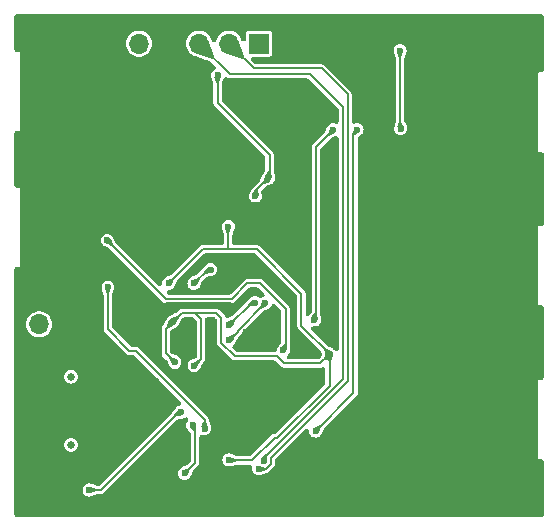
<source format=gbr>
%TF.GenerationSoftware,KiCad,Pcbnew,8.0.4*%
%TF.CreationDate,2024-10-01T01:20:39+08:00*%
%TF.ProjectId,usb_si5351_gpsdo,7573625f-7369-4353-9335-315f67707364,rev?*%
%TF.SameCoordinates,Original*%
%TF.FileFunction,Copper,L2,Bot*%
%TF.FilePolarity,Positive*%
%FSLAX46Y46*%
G04 Gerber Fmt 4.6, Leading zero omitted, Abs format (unit mm)*
G04 Created by KiCad (PCBNEW 8.0.4) date 2024-10-01 01:20:39*
%MOMM*%
%LPD*%
G01*
G04 APERTURE LIST*
%TA.AperFunction,SMDPad,CuDef*%
%ADD10R,4.800000X1.200000*%
%TD*%
%TA.AperFunction,ComponentPad*%
%ADD11C,0.650000*%
%TD*%
%TA.AperFunction,ComponentPad*%
%ADD12O,2.100000X1.000000*%
%TD*%
%TA.AperFunction,ComponentPad*%
%ADD13O,1.800000X1.000000*%
%TD*%
%TA.AperFunction,ComponentPad*%
%ADD14R,1.700000X1.700000*%
%TD*%
%TA.AperFunction,ComponentPad*%
%ADD15O,1.700000X1.700000*%
%TD*%
%TA.AperFunction,ViaPad*%
%ADD16C,0.600000*%
%TD*%
%TA.AperFunction,Conductor*%
%ADD17C,0.200000*%
%TD*%
G04 APERTURE END LIST*
D10*
%TO.P,J8,2,Ext*%
%TO.N,GND*%
X142912500Y-100350000D03*
X142912500Y-95250000D03*
%TD*%
D11*
%TO.P,J5,*%
%TO.N,*%
X144885000Y-110410000D03*
X144885000Y-116190000D03*
D12*
%TO.P,J5,S1,SHIELD*%
%TO.N,GND*%
X145385000Y-108980000D03*
D13*
X141235000Y-108980000D03*
D12*
X145385000Y-117620000D03*
D13*
X141235000Y-117620000D03*
%TD*%
D10*
%TO.P,J2,2,Ext*%
%TO.N,GND*%
X182087500Y-85450000D03*
X182087500Y-90550000D03*
%TD*%
%TO.P,J1,2,Ext*%
%TO.N,GND*%
X142912500Y-88800000D03*
X142912500Y-83700000D03*
%TD*%
D14*
%TO.P,J7,1,Pin_1*%
%TO.N,+3.3V*%
X160800000Y-82200000D03*
D15*
%TO.P,J7,2,Pin_2*%
%TO.N,/SWDIO*%
X158260000Y-82200000D03*
%TO.P,J7,3,Pin_3*%
%TO.N,/SWCLK*%
X155720000Y-82200000D03*
%TO.P,J7,4,Pin_4*%
%TO.N,GND*%
X153180000Y-82200000D03*
%TO.P,J7,5,Pin_5*%
%TO.N,/NRST*%
X150640000Y-82200000D03*
%TD*%
D14*
%TO.P,J6,1,Pin_1*%
%TO.N,GND*%
X142200000Y-103425000D03*
D15*
%TO.P,J6,2,Pin_2*%
%TO.N,+5V*%
X142200000Y-105965000D03*
%TD*%
D10*
%TO.P,J4,2,Ext*%
%TO.N,GND*%
X182087500Y-111350000D03*
X182087500Y-116450000D03*
%TD*%
%TO.P,J3,2,Ext*%
%TO.N,GND*%
X182087500Y-98450000D03*
X182087500Y-103550000D03*
%TD*%
D16*
%TO.N,GND*%
X156150000Y-115750000D03*
X165200000Y-111850000D03*
X164450000Y-115750000D03*
X160200000Y-80200000D03*
X170700000Y-90100000D03*
X146800000Y-104800000D03*
X155700000Y-121800000D03*
X157000000Y-106200000D03*
X169450000Y-96700000D03*
X148800000Y-121800000D03*
X151000000Y-95000000D03*
X176300000Y-80200000D03*
X152500000Y-93500000D03*
X171300000Y-85400000D03*
X164400000Y-94100000D03*
X160900000Y-109985787D03*
X149500000Y-93550000D03*
X175575000Y-95293750D03*
X157364466Y-112107107D03*
X159700000Y-106650000D03*
X157000000Y-92000000D03*
X145300000Y-88800000D03*
X158778679Y-113521321D03*
X183200000Y-80200000D03*
X152500000Y-90550000D03*
X157000000Y-103000000D03*
X151500000Y-84700000D03*
X178900000Y-105656250D03*
X154000000Y-89000000D03*
X157673008Y-118548008D03*
X142912500Y-100350000D03*
X163700000Y-107300000D03*
X175500000Y-110268750D03*
X153900000Y-114500000D03*
X175575000Y-91981250D03*
X159485786Y-112814214D03*
X152500000Y-96500000D03*
X166750000Y-100900000D03*
X154000000Y-92000000D03*
X146400000Y-80200000D03*
X168100000Y-84250000D03*
X178775000Y-94862500D03*
X143400000Y-118700000D03*
X160900000Y-114228427D03*
X164900000Y-121800000D03*
X141700000Y-93750000D03*
X158071573Y-111400000D03*
X182087500Y-111350000D03*
X146043750Y-83700000D03*
X166750000Y-91250000D03*
X180900000Y-80200000D03*
X154000000Y-95000000D03*
X169400000Y-80200000D03*
X177500000Y-87100000D03*
X176400000Y-88300000D03*
X177900000Y-115950000D03*
X180600000Y-110400000D03*
X164500000Y-110100000D03*
X178900000Y-104000000D03*
X171700000Y-80200000D03*
X174600000Y-118200000D03*
X168200000Y-119400000D03*
X155500000Y-93500000D03*
X160300000Y-121800000D03*
X149600000Y-84700000D03*
X165200000Y-82800000D03*
X182087500Y-85450000D03*
X169400000Y-113200000D03*
X175575000Y-90325000D03*
X162750000Y-87380000D03*
X157900000Y-80200000D03*
X174000000Y-80200000D03*
X158100000Y-89500000D03*
X142731250Y-83700000D03*
X182087500Y-103550000D03*
X182137500Y-95000000D03*
X145243750Y-90400000D03*
X160192893Y-109278680D03*
X165300000Y-89600000D03*
X162314213Y-111400000D03*
X164750000Y-108000000D03*
X176500000Y-114300000D03*
X151000000Y-92050000D03*
X175500000Y-108612500D03*
X175500000Y-105300000D03*
X178700000Y-121800000D03*
X166600000Y-105700000D03*
X148700000Y-80200000D03*
X178000000Y-103000000D03*
X151000000Y-80200000D03*
X178900000Y-110625000D03*
X181000000Y-121800000D03*
X144387500Y-83700000D03*
X143300000Y-115700000D03*
X149500000Y-111400000D03*
X164600000Y-117400000D03*
X150400000Y-98800000D03*
X164800000Y-80200000D03*
X164450000Y-101950000D03*
X175575000Y-96950000D03*
X151200000Y-107800000D03*
X153400000Y-121800000D03*
X166800000Y-92900000D03*
X160192893Y-112107107D03*
X148400000Y-115100000D03*
X159485786Y-109985787D03*
X161150000Y-106500000D03*
X155300000Y-108000000D03*
X160192893Y-110692893D03*
X144200000Y-121800000D03*
X178900000Y-108968750D03*
X170900000Y-92200000D03*
X153500000Y-107700000D03*
X156350000Y-100350000D03*
X166798008Y-114798008D03*
X158778679Y-112107107D03*
X161450000Y-101850000D03*
X167100000Y-80200000D03*
X178900000Y-91400000D03*
X175400000Y-86400000D03*
X145800000Y-107350000D03*
X151600000Y-117300000D03*
X150100000Y-103400000D03*
X141275000Y-120000000D03*
X159247397Y-100752603D03*
X147800000Y-109300000D03*
X142912500Y-95250000D03*
X167200000Y-121800000D03*
X150800000Y-105050000D03*
X166500000Y-104000000D03*
X178775000Y-96518750D03*
X163700000Y-91400000D03*
X180200000Y-115400000D03*
X160900000Y-112814214D03*
X146900000Y-96700000D03*
X155600000Y-80200000D03*
X171200000Y-114600000D03*
X158000000Y-121800000D03*
X175500000Y-116200000D03*
X158600000Y-87000000D03*
X160192893Y-114935534D03*
X169200000Y-116200000D03*
X155091210Y-85797365D03*
X160192893Y-113521321D03*
X171700000Y-118100000D03*
X170800000Y-109400000D03*
X175500000Y-111925000D03*
X176400000Y-121800000D03*
X146500000Y-121800000D03*
X143300000Y-110600000D03*
X153300000Y-80200000D03*
X158071573Y-112814214D03*
X162314213Y-112814214D03*
X183200000Y-117800000D03*
X158300000Y-104600000D03*
X161607107Y-112107107D03*
X160900000Y-111400000D03*
X141800000Y-80200000D03*
X151100000Y-121800000D03*
X159485786Y-111400000D03*
X183200000Y-119700000D03*
X166800000Y-97800000D03*
X174100000Y-121800000D03*
X147700000Y-83700000D03*
X179000000Y-85450000D03*
X144100000Y-80200000D03*
X178775000Y-98175000D03*
X182087500Y-116450000D03*
X157397397Y-98902603D03*
X141750000Y-90400000D03*
X155500000Y-90500000D03*
X182087500Y-90550000D03*
X147200000Y-101400000D03*
X172400000Y-98900000D03*
X161607107Y-110692893D03*
X178600000Y-80200000D03*
X161607107Y-113521321D03*
X170000000Y-104800000D03*
X158300000Y-102300000D03*
X161600000Y-96100000D03*
X161500000Y-98600000D03*
X175575000Y-93637500D03*
X182000000Y-98500000D03*
X142912500Y-88800000D03*
X182137500Y-107200000D03*
X158778679Y-110692893D03*
X169500000Y-121800000D03*
X178775000Y-93206250D03*
X175500000Y-106956250D03*
X151300000Y-120200000D03*
X178900000Y-107312500D03*
X162500000Y-80200000D03*
X159485786Y-114228427D03*
X183200000Y-81900000D03*
X183300000Y-121800000D03*
X162600000Y-121800000D03*
X163021320Y-112107107D03*
X183200000Y-84000000D03*
X152100000Y-110800000D03*
X141900000Y-121800000D03*
X159200000Y-96700000D03*
X171800000Y-121800000D03*
%TO.N,+3.3V*%
X161600000Y-93600000D03*
X157300000Y-84900000D03*
X166775000Y-108500000D03*
X153150000Y-102500000D03*
X160500000Y-95100000D03*
X155300000Y-109500000D03*
X158200000Y-97700000D03*
X172800000Y-89400000D03*
X158251992Y-117451992D03*
X153500000Y-105750000D03*
X153700000Y-109200000D03*
X172750000Y-82800000D03*
%TO.N,/5V_ADC*%
X154500000Y-118600000D03*
X155200000Y-114500000D03*
%TO.N,/NRST*%
X167100000Y-89500000D03*
X165500000Y-105600000D03*
%TO.N,/SWCLK*%
X161200955Y-117528773D03*
%TO.N,/SWDIO*%
X160765687Y-118200000D03*
%TO.N,+3.3V_A*%
X156700000Y-101350000D03*
X155300000Y-102500000D03*
%TO.N,/GPS_nRESET*%
X161350000Y-104150000D03*
X158300000Y-107300000D03*
%TO.N,/GPS_ON*%
X160475735Y-104124265D03*
X158300000Y-106000000D03*
%TO.N,/PPS_OUT*%
X147950000Y-98850000D03*
X162861396Y-108161396D03*
%TO.N,/BOOT0*%
X169100000Y-89500000D03*
X165600000Y-115000000D03*
%TO.N,/LED_GREEN*%
X146425000Y-120000000D03*
X154200000Y-113400000D03*
%TO.N,/LED_RED*%
X156200000Y-114800000D03*
X148000000Y-102800000D03*
%TD*%
D17*
%TO.N,/5V_ADC*%
X155400000Y-117700000D02*
X154500000Y-118600000D01*
X155200000Y-114500000D02*
X155400000Y-114700000D01*
X155400000Y-114700000D02*
X155400000Y-117700000D01*
%TO.N,/LED_RED*%
X156200000Y-114051471D02*
X150348529Y-108200000D01*
X156200000Y-114800000D02*
X156200000Y-114051471D01*
X150348529Y-108200000D02*
X149800000Y-108200000D01*
X149800000Y-108200000D02*
X148000000Y-106400000D01*
X148000000Y-106400000D02*
X148000000Y-102800000D01*
%TO.N,/PPS_OUT*%
X162861396Y-108161396D02*
X163050000Y-107972792D01*
X163050000Y-107972792D02*
X163050000Y-104650000D01*
X163050000Y-104650000D02*
X160900000Y-102500000D01*
X160900000Y-102500000D02*
X159800000Y-102500000D01*
X159800000Y-102500000D02*
X158500000Y-103800000D01*
X158500000Y-103800000D02*
X152900000Y-103800000D01*
X152900000Y-103800000D02*
X147950000Y-98850000D01*
%TO.N,/GPS_nRESET*%
X159000000Y-106500000D02*
X159000000Y-106600000D01*
X161350000Y-104150000D02*
X159000000Y-106500000D01*
X159000000Y-106600000D02*
X158300000Y-107300000D01*
%TO.N,GND*%
X147800000Y-109300000D02*
X149300000Y-110800000D01*
X158378680Y-109278680D02*
X157000000Y-107900000D01*
X157000000Y-106200000D02*
X157000000Y-108648529D01*
X141235000Y-108980000D02*
X141235000Y-117620000D01*
X169800000Y-113200000D02*
X171200000Y-114600000D01*
X154700000Y-109748529D02*
X154700000Y-108600000D01*
X171001992Y-114798008D02*
X166798008Y-114798008D01*
X182087500Y-85450000D02*
X182137500Y-85500000D01*
X147751471Y-102200000D02*
X147400000Y-102551471D01*
X157000000Y-108648529D02*
X155548529Y-110100000D01*
X142912500Y-95250000D02*
X142912500Y-88800000D01*
X153948529Y-109800000D02*
X153451471Y-109800000D01*
X161600000Y-96100000D02*
X161000000Y-96700000D01*
X171200000Y-114600000D02*
X171001992Y-114798008D01*
X145385000Y-108980000D02*
X141235000Y-108980000D01*
X182137500Y-116400000D02*
X182087500Y-116450000D01*
X145385000Y-117620000D02*
X141235000Y-117620000D01*
X149300000Y-110800000D02*
X152100000Y-110800000D01*
X171200000Y-114600000D02*
X171400000Y-114400000D01*
X153500000Y-107700000D02*
X154300000Y-108500000D01*
X155051471Y-110100000D02*
X154700000Y-109748529D01*
X161000000Y-96700000D02*
X159200000Y-96700000D01*
X154700000Y-108600000D02*
X155300000Y-108000000D01*
X154300000Y-108500000D02*
X154300000Y-109448529D01*
X153500000Y-107700000D02*
X155000000Y-107700000D01*
X151200000Y-107800000D02*
X151200000Y-107548529D01*
X149000000Y-102951471D02*
X148248529Y-102200000D01*
X147400000Y-108900000D02*
X147800000Y-109300000D01*
X151600000Y-117300000D02*
X151600000Y-119900000D01*
X151600000Y-119900000D02*
X151300000Y-120200000D01*
X147400000Y-102551471D02*
X147400000Y-108900000D01*
X151200000Y-107548529D02*
X149000000Y-105348529D01*
X148248529Y-102200000D02*
X147751471Y-102200000D01*
X154300000Y-109448529D02*
X153948529Y-109800000D01*
X160192893Y-109278680D02*
X158378680Y-109278680D01*
X182137500Y-85500000D02*
X182137500Y-116400000D01*
X169400000Y-113200000D02*
X169800000Y-113200000D01*
X157000000Y-107900000D02*
X157000000Y-106200000D01*
X158465685Y-104200000D02*
X152900000Y-104200000D01*
X149000000Y-105348529D02*
X149000000Y-102951471D01*
X153451471Y-109800000D02*
X151451471Y-107800000D01*
X155548529Y-110100000D02*
X155051471Y-110100000D01*
X155000000Y-107700000D02*
X155300000Y-108000000D01*
X151451471Y-107800000D02*
X151200000Y-107800000D01*
%TO.N,+3.3V*%
X157200000Y-105000000D02*
X155350000Y-105000000D01*
X157600000Y-105400000D02*
X157200000Y-105000000D01*
X162330151Y-108678680D02*
X158750000Y-108678680D01*
X166775000Y-108500000D02*
X164400000Y-106125000D01*
X160500000Y-95100000D02*
X160500000Y-94700000D01*
X157300000Y-87200000D02*
X161700000Y-91600000D01*
X155900000Y-105550000D02*
X155350000Y-105000000D01*
X162131888Y-115568112D02*
X162368112Y-115568112D01*
X153150000Y-102500000D02*
X156050000Y-99600000D01*
X165989340Y-109285660D02*
X162937131Y-109285660D01*
X157600000Y-107528680D02*
X157600000Y-105400000D01*
X162937131Y-109285660D02*
X162330151Y-108678680D01*
X158750000Y-108678680D02*
X157600000Y-107528680D01*
X160200000Y-117500000D02*
X162131888Y-115568112D01*
X158200000Y-97700000D02*
X158200000Y-99600000D01*
X166775000Y-111161224D02*
X166775000Y-108500000D01*
X160600000Y-99600000D02*
X158200000Y-99600000D01*
X172800000Y-89400000D02*
X172800000Y-89300000D01*
X152900000Y-108400000D02*
X152900000Y-106350000D01*
X164400000Y-106125000D02*
X164400000Y-103400000D01*
X172750000Y-89250000D02*
X172750000Y-82800000D01*
X155900000Y-108900000D02*
X155900000Y-105550000D01*
X158300000Y-117500000D02*
X160200000Y-117500000D01*
X158251992Y-117451992D02*
X158300000Y-117500000D01*
X155350000Y-105000000D02*
X154250000Y-105000000D01*
X157300000Y-84900000D02*
X157300000Y-87200000D01*
X172800000Y-89300000D02*
X172750000Y-89250000D01*
X154250000Y-105000000D02*
X153500000Y-105750000D01*
X152900000Y-106350000D02*
X153500000Y-105750000D01*
X161700000Y-93500000D02*
X161600000Y-93600000D01*
X162368112Y-115568112D02*
X166775000Y-111161224D01*
X156050000Y-99600000D02*
X158200000Y-99600000D01*
X161700000Y-91600000D02*
X161700000Y-93500000D01*
X164400000Y-103400000D02*
X160600000Y-99600000D01*
X153700000Y-109200000D02*
X152900000Y-108400000D01*
X160500000Y-94700000D02*
X161600000Y-93600000D01*
X166775000Y-108500000D02*
X165989340Y-109285660D01*
X155300000Y-109500000D02*
X155900000Y-108900000D01*
%TO.N,/NRST*%
X165600000Y-105500000D02*
X165600000Y-91000000D01*
X165500000Y-105600000D02*
X165600000Y-105500000D01*
X165600000Y-91000000D02*
X167100000Y-89500000D01*
%TO.N,/SWCLK*%
X158320000Y-84800000D02*
X165100000Y-84800000D01*
X167900000Y-87600000D02*
X167900000Y-110601910D01*
X161200955Y-117300955D02*
X161200955Y-117528773D01*
X165100000Y-84800000D02*
X167900000Y-87600000D01*
X155720000Y-82200000D02*
X158320000Y-84800000D01*
X167900000Y-110601910D02*
X161200955Y-117300955D01*
%TO.N,/SWDIO*%
X160360000Y-84300000D02*
X158260000Y-82200000D01*
X161800955Y-117266641D02*
X168300000Y-110767596D01*
X168300000Y-86500000D02*
X166100000Y-84300000D01*
X168300000Y-110767596D02*
X168300000Y-86500000D01*
X161378257Y-118200000D02*
X161800955Y-117777302D01*
X166100000Y-84300000D02*
X160360000Y-84300000D01*
X160765687Y-118200000D02*
X161378257Y-118200000D01*
X161800955Y-117777302D02*
X161800955Y-117266641D01*
%TO.N,+3.3V_A*%
X156450000Y-101350000D02*
X155300000Y-102500000D01*
X156700000Y-101350000D02*
X156450000Y-101350000D01*
%TO.N,/GPS_ON*%
X160475735Y-104124265D02*
X160175735Y-104124265D01*
X160175735Y-104124265D02*
X158300000Y-106000000D01*
%TO.N,/BOOT0*%
X168800000Y-111800000D02*
X165600000Y-115000000D01*
X169100000Y-89500000D02*
X168800000Y-89800000D01*
X168800000Y-89800000D02*
X168800000Y-111800000D01*
%TO.N,/LED_GREEN*%
X154100000Y-113300000D02*
X154200000Y-113400000D01*
X146425000Y-120000000D02*
X147400000Y-120000000D01*
X147400000Y-120000000D02*
X154100000Y-113300000D01*
%TD*%
%TA.AperFunction,Conductor*%
%TO.N,GND*%
G36*
X160458733Y-99970207D02*
G01*
X160513104Y-100008786D01*
X163991214Y-103486896D01*
X164038333Y-103561884D01*
X164049500Y-103627610D01*
X164049500Y-106171144D01*
X164065501Y-106230861D01*
X164073017Y-106258909D01*
X164073386Y-106260287D01*
X164073386Y-106260289D01*
X164119529Y-106340211D01*
X166036371Y-108257053D01*
X166076099Y-108313852D01*
X166123642Y-108416083D01*
X166142182Y-108502684D01*
X166123642Y-108583913D01*
X166076099Y-108686145D01*
X166036372Y-108742943D01*
X165902444Y-108876873D01*
X165827456Y-108923992D01*
X165761729Y-108935160D01*
X163343537Y-108935160D01*
X163257194Y-108915453D01*
X163187953Y-108860234D01*
X163149526Y-108780442D01*
X163149526Y-108691878D01*
X163187953Y-108612086D01*
X163222394Y-108578282D01*
X163254017Y-108554017D01*
X163268389Y-108535288D01*
X163342256Y-108439022D01*
X163342255Y-108439022D01*
X163342257Y-108439021D01*
X163397726Y-108305105D01*
X163416646Y-108161396D01*
X163416645Y-108161392D01*
X163416646Y-108161389D01*
X163416646Y-108150713D01*
X163416695Y-108149418D01*
X163416577Y-108143971D01*
X163416578Y-108143968D01*
X163405687Y-107639476D01*
X163404978Y-107636190D01*
X163400500Y-107594212D01*
X163400500Y-104603855D01*
X163376614Y-104514713D01*
X163376612Y-104514709D01*
X163355447Y-104478049D01*
X163342958Y-104456419D01*
X163330470Y-104434788D01*
X161115212Y-102219530D01*
X161115211Y-102219529D01*
X161081431Y-102200026D01*
X161035288Y-102173386D01*
X161029929Y-102171950D01*
X161029928Y-102171949D01*
X160946146Y-102149500D01*
X160946144Y-102149500D01*
X159753856Y-102149500D01*
X159753854Y-102149500D01*
X159670071Y-102171949D01*
X159670071Y-102171950D01*
X159664712Y-102173386D01*
X159584788Y-102219529D01*
X158413104Y-103391214D01*
X158338116Y-103438333D01*
X158272390Y-103449500D01*
X155341527Y-103449500D01*
X155307261Y-103441679D01*
X155258473Y-103449500D01*
X153191527Y-103449500D01*
X153105184Y-103429793D01*
X153035943Y-103374574D01*
X152997516Y-103294782D01*
X152997516Y-103206218D01*
X153035943Y-103126426D01*
X153105184Y-103071207D01*
X153165552Y-103053203D01*
X153293709Y-103036330D01*
X153293711Y-103036329D01*
X153350178Y-103012940D01*
X153427625Y-102980861D01*
X153542621Y-102892621D01*
X153630861Y-102777625D01*
X153641323Y-102752366D01*
X153658936Y-102721037D01*
X153658579Y-102720827D01*
X153663549Y-102712411D01*
X153663550Y-102712410D01*
X153762332Y-102499996D01*
X154744750Y-102499996D01*
X154744750Y-102500003D01*
X154763669Y-102643709D01*
X154763670Y-102643711D01*
X154819137Y-102777622D01*
X154819139Y-102777626D01*
X154907377Y-102892620D01*
X154907379Y-102892622D01*
X155022373Y-102980860D01*
X155022377Y-102980862D01*
X155156288Y-103036329D01*
X155156290Y-103036330D01*
X155284448Y-103053203D01*
X155298308Y-103058345D01*
X155315552Y-103053203D01*
X155443709Y-103036330D01*
X155443711Y-103036329D01*
X155500178Y-103012940D01*
X155577625Y-102980861D01*
X155692621Y-102892621D01*
X155780861Y-102777625D01*
X155791323Y-102752366D01*
X155808936Y-102721037D01*
X155808579Y-102720827D01*
X155813549Y-102712411D01*
X155813550Y-102712410D01*
X155998898Y-102313852D01*
X156038621Y-102257059D01*
X156317463Y-101978217D01*
X156392449Y-101931100D01*
X156446914Y-101920252D01*
X156558821Y-101913910D01*
X156703435Y-101905716D01*
X156703440Y-101905715D01*
X156703444Y-101905715D01*
X156703447Y-101905714D01*
X156706588Y-101905247D01*
X156722297Y-101902313D01*
X156843709Y-101886330D01*
X156977625Y-101830861D01*
X157092621Y-101742621D01*
X157180861Y-101627625D01*
X157236330Y-101493709D01*
X157255250Y-101350003D01*
X157255250Y-101349996D01*
X157236330Y-101206290D01*
X157236329Y-101206288D01*
X157180862Y-101072377D01*
X157180860Y-101072373D01*
X157092622Y-100957379D01*
X157092620Y-100957377D01*
X156977626Y-100869139D01*
X156977622Y-100869137D01*
X156843711Y-100813670D01*
X156843709Y-100813669D01*
X156700003Y-100794750D01*
X156699997Y-100794750D01*
X156556290Y-100813669D01*
X156556288Y-100813670D01*
X156422377Y-100869137D01*
X156307375Y-100957381D01*
X156298157Y-100966600D01*
X156297930Y-100966373D01*
X156297628Y-100966698D01*
X156297922Y-100966968D01*
X155944704Y-101352194D01*
X155944697Y-101352203D01*
X155944565Y-101352417D01*
X155943896Y-101353258D01*
X155939117Y-101359555D01*
X155938980Y-101359451D01*
X155916317Y-101387999D01*
X155542946Y-101761370D01*
X155486147Y-101801098D01*
X155087589Y-101986449D01*
X155087575Y-101986457D01*
X155087153Y-101986759D01*
X155085191Y-101987847D01*
X155079637Y-101991085D01*
X155079567Y-101990966D01*
X155047669Y-102008660D01*
X155022377Y-102019137D01*
X155022374Y-102019138D01*
X154907377Y-102107380D01*
X154819139Y-102222373D01*
X154819137Y-102222377D01*
X154763670Y-102356288D01*
X154763669Y-102356290D01*
X154744750Y-102499996D01*
X153762332Y-102499996D01*
X153848898Y-102313852D01*
X153888621Y-102257059D01*
X156136895Y-100008786D01*
X156211884Y-99961667D01*
X156277609Y-99950500D01*
X158153856Y-99950500D01*
X160372390Y-99950500D01*
X160458733Y-99970207D01*
G37*
%TD.AperFunction*%
%TA.AperFunction,Conductor*%
G36*
X162162659Y-104262317D02*
G01*
X162188218Y-104283900D01*
X162641214Y-104736896D01*
X162688333Y-104811884D01*
X162699500Y-104877610D01*
X162699500Y-107446470D01*
X162679793Y-107532813D01*
X162644592Y-107583723D01*
X162470639Y-107766343D01*
X162380535Y-107883769D01*
X162380533Y-107883773D01*
X162325066Y-108017684D01*
X162325065Y-108017687D01*
X162306967Y-108155155D01*
X162276159Y-108238187D01*
X162212374Y-108299629D01*
X162128249Y-108327311D01*
X162109670Y-108328180D01*
X158977610Y-108328180D01*
X158891267Y-108308473D01*
X158836896Y-108269894D01*
X158608073Y-108041071D01*
X158560954Y-107966083D01*
X158551038Y-107878076D01*
X158580289Y-107794483D01*
X158627641Y-107742481D01*
X158692621Y-107692621D01*
X158780861Y-107577625D01*
X158791323Y-107552366D01*
X158808936Y-107521037D01*
X158808579Y-107520827D01*
X158813549Y-107512411D01*
X158813550Y-107512410D01*
X158998897Y-107113853D01*
X159038620Y-107057060D01*
X159280469Y-106815213D01*
X159326614Y-106735288D01*
X159331993Y-106715212D01*
X159337050Y-106696336D01*
X159378430Y-106618038D01*
X159388543Y-106607138D01*
X161107059Y-104888621D01*
X161163852Y-104848898D01*
X161562410Y-104663550D01*
X161562808Y-104663265D01*
X161564675Y-104662229D01*
X161570372Y-104658909D01*
X161570442Y-104659029D01*
X161602334Y-104641335D01*
X161627625Y-104630861D01*
X161742621Y-104542621D01*
X161830861Y-104427625D01*
X161862807Y-104350500D01*
X161863652Y-104348461D01*
X161914900Y-104276232D01*
X161992413Y-104233392D01*
X162080837Y-104228426D01*
X162162659Y-104262317D01*
G37*
%TD.AperFunction*%
%TA.AperFunction,Conductor*%
G36*
X167439255Y-90037191D02*
G01*
X167507745Y-90093339D01*
X167545091Y-90173643D01*
X167549500Y-90215302D01*
X167549500Y-108018817D01*
X167529793Y-108105160D01*
X167474574Y-108174401D01*
X167394782Y-108212828D01*
X167306218Y-108212828D01*
X167226426Y-108174401D01*
X167192624Y-108139962D01*
X167167620Y-108107377D01*
X167052627Y-108019140D01*
X167052625Y-108019139D01*
X167027362Y-108008674D01*
X166996041Y-107991065D01*
X166995831Y-107991422D01*
X166987414Y-107986451D01*
X166588853Y-107801100D01*
X166532054Y-107761372D01*
X165253426Y-106482744D01*
X165206307Y-106407756D01*
X165196391Y-106319749D01*
X165225642Y-106236156D01*
X165288266Y-106173532D01*
X165371859Y-106144281D01*
X165420116Y-106144733D01*
X165499998Y-106155250D01*
X165500000Y-106155250D01*
X165500003Y-106155250D01*
X165643709Y-106136330D01*
X165643711Y-106136329D01*
X165647429Y-106134789D01*
X165777625Y-106080861D01*
X165847003Y-106027625D01*
X165892620Y-105992622D01*
X165892622Y-105992620D01*
X165980860Y-105877626D01*
X165980859Y-105877626D01*
X165980861Y-105877625D01*
X166036330Y-105743709D01*
X166055250Y-105600000D01*
X166051194Y-105569195D01*
X166050327Y-105552696D01*
X166050143Y-105552710D01*
X166049434Y-105542961D01*
X166049433Y-105542960D01*
X166049434Y-105542955D01*
X166042930Y-105505230D01*
X166041745Y-105497429D01*
X166036330Y-105456291D01*
X166036328Y-105456285D01*
X166033532Y-105445848D01*
X166029643Y-105428149D01*
X165953460Y-104986200D01*
X165953459Y-104986197D01*
X165953392Y-104985808D01*
X165950500Y-104952003D01*
X165950500Y-91227609D01*
X165970207Y-91141266D01*
X166008786Y-91086895D01*
X166310893Y-90784788D01*
X166857057Y-90238623D01*
X166913849Y-90198900D01*
X167266588Y-90034859D01*
X167353186Y-90016320D01*
X167439255Y-90037191D01*
G37*
%TD.AperFunction*%
%TA.AperFunction,Conductor*%
G36*
X184786843Y-79720207D02*
G01*
X184856084Y-79775426D01*
X184894511Y-79855218D01*
X184899500Y-79899500D01*
X184899500Y-84450500D01*
X184879793Y-84536843D01*
X184824574Y-84606084D01*
X184744782Y-84644511D01*
X184700500Y-84649500D01*
X184480008Y-84649500D01*
X184443071Y-84664799D01*
X184414799Y-84693071D01*
X184399500Y-84730007D01*
X184399500Y-91269992D01*
X184414799Y-91306928D01*
X184414801Y-91306931D01*
X184443069Y-91335199D01*
X184443071Y-91335200D01*
X184480008Y-91350500D01*
X184480009Y-91350500D01*
X184700500Y-91350500D01*
X184786843Y-91370207D01*
X184856084Y-91425426D01*
X184894511Y-91505218D01*
X184899500Y-91549500D01*
X184899500Y-97450500D01*
X184879793Y-97536843D01*
X184824574Y-97606084D01*
X184744782Y-97644511D01*
X184700500Y-97649500D01*
X184480008Y-97649500D01*
X184443071Y-97664799D01*
X184414799Y-97693071D01*
X184399500Y-97730007D01*
X184399500Y-104269992D01*
X184414799Y-104306928D01*
X184414801Y-104306931D01*
X184443069Y-104335199D01*
X184443071Y-104335200D01*
X184480008Y-104350500D01*
X184480009Y-104350500D01*
X184700500Y-104350500D01*
X184786843Y-104370207D01*
X184856084Y-104425426D01*
X184894511Y-104505218D01*
X184899500Y-104549500D01*
X184899500Y-110450500D01*
X184879793Y-110536843D01*
X184824574Y-110606084D01*
X184744782Y-110644511D01*
X184700500Y-110649500D01*
X184480008Y-110649500D01*
X184443071Y-110664799D01*
X184414799Y-110693071D01*
X184399500Y-110730007D01*
X184399500Y-117269992D01*
X184414799Y-117306928D01*
X184414801Y-117306931D01*
X184443069Y-117335199D01*
X184443071Y-117335200D01*
X184480008Y-117350500D01*
X184480009Y-117350500D01*
X184519991Y-117350500D01*
X184700500Y-117350500D01*
X184786843Y-117370207D01*
X184856084Y-117425426D01*
X184894511Y-117505218D01*
X184899500Y-117549500D01*
X184899500Y-122100500D01*
X184879793Y-122186843D01*
X184824574Y-122256084D01*
X184744782Y-122294511D01*
X184700500Y-122299500D01*
X140299500Y-122299500D01*
X140213157Y-122279793D01*
X140143916Y-122224574D01*
X140105489Y-122144782D01*
X140100500Y-122100500D01*
X140100500Y-119999996D01*
X145869750Y-119999996D01*
X145869750Y-120000003D01*
X145888669Y-120143709D01*
X145888670Y-120143711D01*
X145944137Y-120277622D01*
X145944139Y-120277626D01*
X146032377Y-120392620D01*
X146032379Y-120392622D01*
X146147373Y-120480860D01*
X146147377Y-120480862D01*
X146281288Y-120536329D01*
X146281290Y-120536330D01*
X146424997Y-120555250D01*
X146425000Y-120555250D01*
X146425003Y-120555250D01*
X146568702Y-120536331D01*
X146568702Y-120536330D01*
X146568709Y-120536330D01*
X146593973Y-120525865D01*
X146628572Y-120516170D01*
X146628469Y-120515768D01*
X146637932Y-120513332D01*
X146637939Y-120513331D01*
X147050817Y-120362572D01*
X147119072Y-120350500D01*
X147446144Y-120350500D01*
X147535288Y-120326614D01*
X147554529Y-120315505D01*
X147615212Y-120280470D01*
X153842615Y-114053065D01*
X153917601Y-114005948D01*
X153952647Y-113997161D01*
X154229495Y-113953988D01*
X154229498Y-113953986D01*
X154237102Y-113952181D01*
X154237198Y-113952588D01*
X154261131Y-113947201D01*
X154343709Y-113936330D01*
X154477625Y-113880861D01*
X154503029Y-113861367D01*
X154583525Y-113824440D01*
X154672073Y-113826096D01*
X154751133Y-113866007D01*
X154805048Y-113936269D01*
X154823137Y-114022965D01*
X154801819Y-114108924D01*
X154782050Y-114140388D01*
X154719137Y-114222378D01*
X154663670Y-114356288D01*
X154663669Y-114356290D01*
X154644750Y-114499996D01*
X154644750Y-114500003D01*
X154663669Y-114643709D01*
X154663670Y-114643711D01*
X154719137Y-114777622D01*
X154719138Y-114777624D01*
X154719139Y-114777625D01*
X154779502Y-114856291D01*
X154807380Y-114892622D01*
X154809104Y-114894346D01*
X154812195Y-114897734D01*
X154816739Y-114902219D01*
X154990298Y-115073540D01*
X155037902Y-115148220D01*
X155049500Y-115215164D01*
X155049500Y-117472389D01*
X155029793Y-117558732D01*
X154991214Y-117613103D01*
X154858173Y-117746144D01*
X154742946Y-117861371D01*
X154686147Y-117901098D01*
X154287589Y-118086449D01*
X154287575Y-118086457D01*
X154287153Y-118086759D01*
X154285191Y-118087847D01*
X154279637Y-118091085D01*
X154279567Y-118090966D01*
X154247669Y-118108660D01*
X154222377Y-118119137D01*
X154222374Y-118119138D01*
X154107377Y-118207380D01*
X154019139Y-118322373D01*
X154019137Y-118322377D01*
X153963670Y-118456288D01*
X153963669Y-118456290D01*
X153944750Y-118599996D01*
X153944750Y-118600003D01*
X153963669Y-118743709D01*
X153963670Y-118743711D01*
X154019137Y-118877622D01*
X154019139Y-118877626D01*
X154107377Y-118992620D01*
X154107379Y-118992622D01*
X154222373Y-119080860D01*
X154222377Y-119080862D01*
X154356288Y-119136329D01*
X154356290Y-119136330D01*
X154499997Y-119155250D01*
X154500000Y-119155250D01*
X154500003Y-119155250D01*
X154643709Y-119136330D01*
X154643711Y-119136329D01*
X154777625Y-119080861D01*
X154892621Y-118992621D01*
X154980861Y-118877625D01*
X154991323Y-118852366D01*
X155008936Y-118821037D01*
X155008579Y-118820827D01*
X155013549Y-118812411D01*
X155013550Y-118812410D01*
X155198898Y-118413852D01*
X155238619Y-118357061D01*
X155680470Y-117915212D01*
X155726614Y-117835288D01*
X155734355Y-117806398D01*
X155750500Y-117746144D01*
X155750500Y-115507492D01*
X155770207Y-115421149D01*
X155825426Y-115351908D01*
X155905218Y-115313481D01*
X155993782Y-115313481D01*
X156025654Y-115323640D01*
X156056291Y-115336330D01*
X156056290Y-115336330D01*
X156199997Y-115355250D01*
X156200000Y-115355250D01*
X156200003Y-115355250D01*
X156343709Y-115336330D01*
X156343711Y-115336329D01*
X156477625Y-115280861D01*
X156535123Y-115236741D01*
X156592620Y-115192622D01*
X156592622Y-115192620D01*
X156680860Y-115077626D01*
X156680859Y-115077626D01*
X156680861Y-115077625D01*
X156736330Y-114943709D01*
X156755250Y-114800000D01*
X156755250Y-114799996D01*
X156736331Y-114656297D01*
X156736330Y-114656295D01*
X156736330Y-114656291D01*
X156725865Y-114631026D01*
X156716166Y-114596415D01*
X156715765Y-114596519D01*
X156713328Y-114587049D01*
X156562572Y-114174179D01*
X156550500Y-114105924D01*
X156550500Y-114005326D01*
X156536744Y-113953988D01*
X156526614Y-113916183D01*
X156506221Y-113880862D01*
X156480470Y-113836259D01*
X150563740Y-107919529D01*
X150483818Y-107873386D01*
X150483815Y-107873385D01*
X150394673Y-107849500D01*
X150027609Y-107849500D01*
X149941266Y-107829793D01*
X149886895Y-107791214D01*
X148408786Y-106313104D01*
X148361667Y-106238115D01*
X148350500Y-106172390D01*
X148350500Y-103494074D01*
X148362572Y-103425819D01*
X148381284Y-103374574D01*
X148513331Y-103012939D01*
X148513414Y-103012440D01*
X148514020Y-103010322D01*
X148515678Y-103004033D01*
X148515811Y-103004068D01*
X148525854Y-102968998D01*
X148536330Y-102943709D01*
X148547131Y-102861667D01*
X148555250Y-102800003D01*
X148555250Y-102799996D01*
X148536330Y-102656290D01*
X148536329Y-102656288D01*
X148480862Y-102522377D01*
X148480860Y-102522373D01*
X148392622Y-102407379D01*
X148392620Y-102407377D01*
X148277626Y-102319139D01*
X148277622Y-102319137D01*
X148143711Y-102263670D01*
X148143709Y-102263669D01*
X148000003Y-102244750D01*
X147999997Y-102244750D01*
X147856290Y-102263669D01*
X147856288Y-102263670D01*
X147722377Y-102319137D01*
X147722373Y-102319139D01*
X147607379Y-102407377D01*
X147607377Y-102407379D01*
X147519139Y-102522373D01*
X147519137Y-102522377D01*
X147463670Y-102656288D01*
X147463669Y-102656290D01*
X147444750Y-102799996D01*
X147444750Y-102800003D01*
X147463669Y-102943708D01*
X147474132Y-102968967D01*
X147483829Y-103003569D01*
X147484230Y-103003466D01*
X147486665Y-103012927D01*
X147486667Y-103012934D01*
X147486668Y-103012936D01*
X147495210Y-103036329D01*
X147637429Y-103425822D01*
X147649500Y-103494077D01*
X147649500Y-106446144D01*
X147673385Y-106535286D01*
X147673386Y-106535289D01*
X147719529Y-106615211D01*
X149519531Y-108415212D01*
X149519532Y-108415213D01*
X149584785Y-108480467D01*
X149584787Y-108480469D01*
X149618614Y-108499999D01*
X149664712Y-108526614D01*
X149753856Y-108550500D01*
X150120919Y-108550500D01*
X150207262Y-108570207D01*
X150261633Y-108608786D01*
X154177635Y-112524788D01*
X154224754Y-112599776D01*
X154234670Y-112687783D01*
X154205419Y-112771376D01*
X154142795Y-112834000D01*
X154062906Y-112862798D01*
X154056293Y-112863668D01*
X154056288Y-112863670D01*
X153922378Y-112919137D01*
X153807376Y-113007380D01*
X153803958Y-113011835D01*
X153787677Y-113030516D01*
X153781222Y-113037051D01*
X153441877Y-113455784D01*
X153438459Y-113460824D01*
X153414481Y-113489835D01*
X147313104Y-119591214D01*
X147238116Y-119638333D01*
X147172390Y-119649500D01*
X147119077Y-119649500D01*
X147050822Y-119637429D01*
X146968519Y-119607377D01*
X146637936Y-119486668D01*
X146637935Y-119486667D01*
X146637933Y-119486667D01*
X146637923Y-119486665D01*
X146637419Y-119486581D01*
X146635288Y-119485970D01*
X146629028Y-119484321D01*
X146629063Y-119484187D01*
X146593994Y-119474143D01*
X146568708Y-119463669D01*
X146568709Y-119463669D01*
X146425003Y-119444750D01*
X146424997Y-119444750D01*
X146281290Y-119463669D01*
X146281288Y-119463670D01*
X146147377Y-119519137D01*
X146147373Y-119519139D01*
X146032379Y-119607377D01*
X146032377Y-119607379D01*
X145944139Y-119722373D01*
X145944137Y-119722377D01*
X145888670Y-119856288D01*
X145888669Y-119856290D01*
X145869750Y-119999996D01*
X140100500Y-119999996D01*
X140100500Y-116189999D01*
X144304534Y-116189999D01*
X144304534Y-116190000D01*
X144307797Y-116214783D01*
X144309500Y-116240760D01*
X144309500Y-116265766D01*
X144309500Y-116265767D01*
X144315971Y-116289915D01*
X144321048Y-116315438D01*
X144324313Y-116340236D01*
X144333881Y-116363335D01*
X144342247Y-116387980D01*
X144348719Y-116412136D01*
X144361224Y-116433795D01*
X144372735Y-116457138D01*
X144382300Y-116480232D01*
X144397519Y-116500065D01*
X144411978Y-116521703D01*
X144424484Y-116543364D01*
X144442162Y-116561042D01*
X144459324Y-116580610D01*
X144474546Y-116600448D01*
X144474547Y-116600449D01*
X144474549Y-116600451D01*
X144494392Y-116615677D01*
X144513953Y-116632833D01*
X144531635Y-116650515D01*
X144541768Y-116656365D01*
X144553290Y-116663018D01*
X144574927Y-116677476D01*
X144594760Y-116692693D01*
X144594767Y-116692698D01*
X144617861Y-116702263D01*
X144641202Y-116713773D01*
X144662865Y-116726281D01*
X144686910Y-116732723D01*
X144687013Y-116732751D01*
X144711664Y-116741118D01*
X144734764Y-116750687D01*
X144759556Y-116753950D01*
X144785077Y-116759026D01*
X144809234Y-116765500D01*
X144834240Y-116765500D01*
X144860213Y-116767202D01*
X144885000Y-116770466D01*
X144909786Y-116767202D01*
X144935760Y-116765500D01*
X144960763Y-116765500D01*
X144960766Y-116765500D01*
X144984916Y-116759028D01*
X145010442Y-116753950D01*
X145035236Y-116750687D01*
X145058331Y-116741119D01*
X145082985Y-116732751D01*
X145107135Y-116726281D01*
X145128785Y-116713780D01*
X145152135Y-116702264D01*
X145175233Y-116692698D01*
X145195070Y-116677476D01*
X145216710Y-116663016D01*
X145238365Y-116650515D01*
X145256047Y-116632831D01*
X145275618Y-116615668D01*
X145295451Y-116600451D01*
X145310668Y-116580618D01*
X145327834Y-116561045D01*
X145327837Y-116561042D01*
X145345515Y-116543365D01*
X145358016Y-116521710D01*
X145372479Y-116500065D01*
X145387698Y-116480233D01*
X145397264Y-116457135D01*
X145408783Y-116433780D01*
X145421279Y-116412138D01*
X145421281Y-116412134D01*
X145427749Y-116387992D01*
X145436121Y-116363328D01*
X145445687Y-116340236D01*
X145448950Y-116315442D01*
X145454029Y-116289915D01*
X145460500Y-116265766D01*
X145460500Y-116240760D01*
X145462203Y-116214782D01*
X145465466Y-116190000D01*
X145465466Y-116189999D01*
X145462202Y-116165205D01*
X145460500Y-116139233D01*
X145460500Y-116114234D01*
X145460500Y-116114233D01*
X145454026Y-116090077D01*
X145448950Y-116064556D01*
X145445687Y-116039764D01*
X145436118Y-116016664D01*
X145427751Y-115992013D01*
X145427723Y-115991910D01*
X145421281Y-115967865D01*
X145408773Y-115946201D01*
X145397262Y-115922858D01*
X145387698Y-115899767D01*
X145387693Y-115899760D01*
X145372476Y-115879927D01*
X145358018Y-115858290D01*
X145345516Y-115836637D01*
X145345515Y-115836635D01*
X145327833Y-115818953D01*
X145310674Y-115799388D01*
X145295451Y-115779549D01*
X145295449Y-115779547D01*
X145295448Y-115779546D01*
X145275610Y-115764324D01*
X145256042Y-115747162D01*
X145238364Y-115729484D01*
X145216703Y-115716978D01*
X145195065Y-115702519D01*
X145175232Y-115687300D01*
X145152138Y-115677735D01*
X145128795Y-115666224D01*
X145107135Y-115653719D01*
X145107136Y-115653719D01*
X145096735Y-115650932D01*
X145082975Y-115647245D01*
X145058335Y-115638881D01*
X145035236Y-115629313D01*
X145035228Y-115629312D01*
X145010438Y-115626048D01*
X144984920Y-115620972D01*
X144960766Y-115614500D01*
X144960765Y-115614500D01*
X144935760Y-115614500D01*
X144909786Y-115612797D01*
X144885000Y-115609534D01*
X144860213Y-115612797D01*
X144834240Y-115614500D01*
X144809233Y-115614500D01*
X144785072Y-115620973D01*
X144759551Y-115626049D01*
X144734766Y-115629312D01*
X144734758Y-115629314D01*
X144711664Y-115638880D01*
X144687024Y-115647244D01*
X144662868Y-115653717D01*
X144641201Y-115666226D01*
X144617868Y-115677732D01*
X144594769Y-115687300D01*
X144574930Y-115702523D01*
X144553293Y-115716980D01*
X144531637Y-115729482D01*
X144531629Y-115729489D01*
X144513943Y-115747174D01*
X144494388Y-115764323D01*
X144474551Y-115779545D01*
X144474545Y-115779551D01*
X144459323Y-115799388D01*
X144442174Y-115818943D01*
X144424489Y-115836629D01*
X144424482Y-115836637D01*
X144411980Y-115858293D01*
X144397523Y-115879930D01*
X144382300Y-115899769D01*
X144372732Y-115922868D01*
X144361226Y-115946201D01*
X144348717Y-115967868D01*
X144342244Y-115992024D01*
X144333880Y-116016664D01*
X144324314Y-116039758D01*
X144324312Y-116039766D01*
X144321049Y-116064551D01*
X144315973Y-116090072D01*
X144309500Y-116114233D01*
X144309500Y-116139233D01*
X144307798Y-116165205D01*
X144304534Y-116189999D01*
X140100500Y-116189999D01*
X140100500Y-110409999D01*
X144304534Y-110409999D01*
X144304534Y-110410000D01*
X144307797Y-110434783D01*
X144309500Y-110460760D01*
X144309500Y-110485766D01*
X144314968Y-110506174D01*
X144315971Y-110509915D01*
X144321048Y-110535438D01*
X144324313Y-110560236D01*
X144333881Y-110583335D01*
X144342247Y-110607980D01*
X144348719Y-110632136D01*
X144361224Y-110653795D01*
X144372735Y-110677138D01*
X144382300Y-110700232D01*
X144397519Y-110720065D01*
X144411978Y-110741703D01*
X144424484Y-110763364D01*
X144442162Y-110781042D01*
X144459324Y-110800610D01*
X144474546Y-110820448D01*
X144474547Y-110820449D01*
X144474549Y-110820451D01*
X144494392Y-110835677D01*
X144513953Y-110852833D01*
X144531635Y-110870515D01*
X144541768Y-110876365D01*
X144553290Y-110883018D01*
X144574927Y-110897476D01*
X144594760Y-110912693D01*
X144594767Y-110912698D01*
X144617861Y-110922263D01*
X144641202Y-110933773D01*
X144662865Y-110946281D01*
X144686910Y-110952723D01*
X144687013Y-110952751D01*
X144711664Y-110961118D01*
X144734764Y-110970687D01*
X144759556Y-110973950D01*
X144785077Y-110979026D01*
X144809234Y-110985500D01*
X144834240Y-110985500D01*
X144860213Y-110987202D01*
X144885000Y-110990466D01*
X144909786Y-110987202D01*
X144935760Y-110985500D01*
X144960763Y-110985500D01*
X144960766Y-110985500D01*
X144984916Y-110979028D01*
X145010442Y-110973950D01*
X145035236Y-110970687D01*
X145058331Y-110961119D01*
X145082985Y-110952751D01*
X145107135Y-110946281D01*
X145128785Y-110933780D01*
X145152135Y-110922264D01*
X145175233Y-110912698D01*
X145195070Y-110897476D01*
X145216710Y-110883016D01*
X145238365Y-110870515D01*
X145256047Y-110852831D01*
X145275618Y-110835668D01*
X145295451Y-110820451D01*
X145310668Y-110800618D01*
X145327834Y-110781045D01*
X145327837Y-110781042D01*
X145345515Y-110763365D01*
X145358016Y-110741710D01*
X145372479Y-110720065D01*
X145387698Y-110700233D01*
X145397264Y-110677135D01*
X145408783Y-110653780D01*
X145411255Y-110649500D01*
X145421281Y-110632135D01*
X145427753Y-110607980D01*
X145436121Y-110583328D01*
X145442140Y-110568798D01*
X145445687Y-110560236D01*
X145448950Y-110535442D01*
X145454029Y-110509915D01*
X145460500Y-110485766D01*
X145460500Y-110460760D01*
X145462203Y-110434782D01*
X145463810Y-110422581D01*
X145465466Y-110410000D01*
X145462202Y-110385205D01*
X145460500Y-110359233D01*
X145460500Y-110334234D01*
X145460500Y-110334233D01*
X145454026Y-110310077D01*
X145448950Y-110284556D01*
X145445687Y-110259764D01*
X145436118Y-110236664D01*
X145427751Y-110212013D01*
X145427723Y-110211910D01*
X145421281Y-110187865D01*
X145408773Y-110166201D01*
X145397262Y-110142858D01*
X145387698Y-110119767D01*
X145387693Y-110119760D01*
X145372476Y-110099927D01*
X145358018Y-110078290D01*
X145345516Y-110056637D01*
X145345515Y-110056635D01*
X145327833Y-110038953D01*
X145310674Y-110019388D01*
X145295451Y-109999549D01*
X145295449Y-109999547D01*
X145295448Y-109999546D01*
X145275610Y-109984324D01*
X145256042Y-109967162D01*
X145238364Y-109949484D01*
X145216703Y-109936978D01*
X145195065Y-109922519D01*
X145175232Y-109907300D01*
X145152138Y-109897735D01*
X145128795Y-109886224D01*
X145107135Y-109873719D01*
X145107136Y-109873719D01*
X145096735Y-109870932D01*
X145082975Y-109867245D01*
X145058335Y-109858881D01*
X145035236Y-109849313D01*
X145035228Y-109849312D01*
X145010438Y-109846048D01*
X144984920Y-109840972D01*
X144960766Y-109834500D01*
X144960765Y-109834500D01*
X144935760Y-109834500D01*
X144909786Y-109832797D01*
X144885000Y-109829534D01*
X144860213Y-109832797D01*
X144834240Y-109834500D01*
X144809233Y-109834500D01*
X144785072Y-109840973D01*
X144759551Y-109846049D01*
X144734766Y-109849312D01*
X144734758Y-109849314D01*
X144711664Y-109858880D01*
X144687024Y-109867244D01*
X144662868Y-109873717D01*
X144641201Y-109886226D01*
X144617868Y-109897732D01*
X144594769Y-109907300D01*
X144574930Y-109922523D01*
X144553293Y-109936980D01*
X144531637Y-109949482D01*
X144531629Y-109949489D01*
X144513943Y-109967174D01*
X144494388Y-109984323D01*
X144474551Y-109999545D01*
X144474545Y-109999551D01*
X144459323Y-110019388D01*
X144442174Y-110038943D01*
X144424489Y-110056629D01*
X144424482Y-110056637D01*
X144411980Y-110078293D01*
X144397523Y-110099930D01*
X144382300Y-110119769D01*
X144372732Y-110142868D01*
X144361226Y-110166201D01*
X144348717Y-110187868D01*
X144342244Y-110212024D01*
X144333880Y-110236664D01*
X144324314Y-110259758D01*
X144324312Y-110259766D01*
X144321049Y-110284551D01*
X144315973Y-110310072D01*
X144309500Y-110334233D01*
X144309500Y-110359233D01*
X144307798Y-110385205D01*
X144304534Y-110409999D01*
X140100500Y-110409999D01*
X140100500Y-105965000D01*
X141094785Y-105965000D01*
X141113603Y-106168083D01*
X141162578Y-106340211D01*
X141169419Y-106364252D01*
X141260329Y-106546825D01*
X141383233Y-106709575D01*
X141383241Y-106709585D01*
X141499111Y-106815213D01*
X141533959Y-106846981D01*
X141533961Y-106846982D01*
X141533962Y-106846983D01*
X141707360Y-106954347D01*
X141707363Y-106954348D01*
X141897544Y-107028024D01*
X142098024Y-107065500D01*
X142098027Y-107065500D01*
X142301972Y-107065500D01*
X142301976Y-107065500D01*
X142502456Y-107028024D01*
X142692637Y-106954348D01*
X142866041Y-106846981D01*
X142988558Y-106735292D01*
X143016758Y-106709585D01*
X143016759Y-106709583D01*
X143016764Y-106709579D01*
X143139673Y-106546821D01*
X143230582Y-106364250D01*
X143286397Y-106168083D01*
X143305215Y-105965000D01*
X143286397Y-105761917D01*
X143230582Y-105565750D01*
X143139673Y-105383179D01*
X143139671Y-105383177D01*
X143139670Y-105383174D01*
X143016766Y-105220424D01*
X143016758Y-105220414D01*
X142866042Y-105083020D01*
X142866037Y-105083016D01*
X142692639Y-104975652D01*
X142692636Y-104975651D01*
X142502460Y-104901977D01*
X142502457Y-104901976D01*
X142502456Y-104901976D01*
X142301976Y-104864500D01*
X142098024Y-104864500D01*
X141897544Y-104901976D01*
X141897542Y-104901976D01*
X141897540Y-104901977D01*
X141897538Y-104901977D01*
X141707363Y-104975651D01*
X141707360Y-104975652D01*
X141533962Y-105083016D01*
X141533957Y-105083020D01*
X141383241Y-105220414D01*
X141383233Y-105220424D01*
X141260329Y-105383174D01*
X141171344Y-105561883D01*
X141169418Y-105565750D01*
X141166988Y-105574290D01*
X141113603Y-105761916D01*
X141113603Y-105761917D01*
X141097459Y-105936146D01*
X141094785Y-105965000D01*
X140100500Y-105965000D01*
X140100500Y-101299500D01*
X140120207Y-101213157D01*
X140175426Y-101143916D01*
X140255218Y-101105489D01*
X140299500Y-101100500D01*
X140519992Y-101100500D01*
X140538460Y-101092850D01*
X140556929Y-101085200D01*
X140556929Y-101085199D01*
X140556931Y-101085199D01*
X140585199Y-101056931D01*
X140585200Y-101056928D01*
X140600500Y-101019992D01*
X140600500Y-98849996D01*
X147394750Y-98849996D01*
X147394750Y-98850003D01*
X147413669Y-98993709D01*
X147413670Y-98993711D01*
X147469137Y-99127622D01*
X147469139Y-99127626D01*
X147557377Y-99242620D01*
X147557379Y-99242622D01*
X147672373Y-99330860D01*
X147672375Y-99330861D01*
X147697633Y-99341323D01*
X147728963Y-99358936D01*
X147729174Y-99358580D01*
X147737586Y-99363548D01*
X147894996Y-99436752D01*
X147894995Y-99436752D01*
X148136144Y-99548898D01*
X148192944Y-99588626D01*
X152684788Y-104080470D01*
X152760643Y-104124265D01*
X152764712Y-104126614D01*
X152853856Y-104150500D01*
X158546144Y-104150500D01*
X158635288Y-104126614D01*
X158639357Y-104124265D01*
X158715212Y-104080470D01*
X159886896Y-102908786D01*
X159961884Y-102861667D01*
X160027610Y-102850500D01*
X160672390Y-102850500D01*
X160758733Y-102870207D01*
X160813104Y-102908786D01*
X161216099Y-103311781D01*
X161263218Y-103386769D01*
X161273134Y-103474776D01*
X161243883Y-103558369D01*
X161181259Y-103620993D01*
X161151541Y-103636346D01*
X161072376Y-103669137D01*
X161072375Y-103669138D01*
X161050777Y-103685711D01*
X160970279Y-103722637D01*
X160881732Y-103720980D01*
X160808493Y-103685709D01*
X160753360Y-103643404D01*
X160753359Y-103643403D01*
X160753357Y-103643402D01*
X160619446Y-103587935D01*
X160619444Y-103587934D01*
X160475738Y-103569015D01*
X160475732Y-103569015D01*
X160332025Y-103587934D01*
X160332023Y-103587935D01*
X160198112Y-103643402D01*
X160080716Y-103733483D01*
X159989220Y-103820745D01*
X159970198Y-103834986D01*
X159970867Y-103835858D01*
X159960525Y-103843793D01*
X159868867Y-103935450D01*
X159865498Y-103938740D01*
X159742955Y-104055613D01*
X159725178Y-104072568D01*
X159722345Y-104075316D01*
X159721960Y-104075691D01*
X159721931Y-104075720D01*
X159720701Y-104076941D01*
X159718139Y-104080775D01*
X159693401Y-104110915D01*
X158542946Y-105261370D01*
X158486147Y-105301098D01*
X158212098Y-105428545D01*
X158125497Y-105447085D01*
X158039428Y-105426214D01*
X157970938Y-105370066D01*
X157935964Y-105299607D01*
X157927800Y-105269139D01*
X157926614Y-105264712D01*
X157889233Y-105199967D01*
X157880469Y-105184787D01*
X157880467Y-105184785D01*
X157815213Y-105119532D01*
X157815212Y-105119531D01*
X157415211Y-104719529D01*
X157335289Y-104673386D01*
X157335286Y-104673385D01*
X157246144Y-104649500D01*
X155396144Y-104649500D01*
X154203856Y-104649500D01*
X154114713Y-104673385D01*
X154114708Y-104673387D01*
X154034790Y-104719528D01*
X153742946Y-105011371D01*
X153686147Y-105051098D01*
X153287589Y-105236449D01*
X153287575Y-105236457D01*
X153287153Y-105236759D01*
X153285191Y-105237847D01*
X153279637Y-105241085D01*
X153279567Y-105240966D01*
X153247669Y-105258660D01*
X153222377Y-105269137D01*
X153222374Y-105269138D01*
X153107378Y-105357378D01*
X153019138Y-105472374D01*
X153019137Y-105472377D01*
X153008672Y-105497641D01*
X152991063Y-105528965D01*
X152991419Y-105529175D01*
X152986454Y-105537580D01*
X152801099Y-105936146D01*
X152761373Y-105992943D01*
X152619529Y-106134789D01*
X152577768Y-106207122D01*
X152573385Y-106214712D01*
X152560299Y-106263552D01*
X152549500Y-106303856D01*
X152549500Y-108446144D01*
X152560718Y-108488010D01*
X152564650Y-108502684D01*
X152573385Y-108535287D01*
X152619529Y-108615211D01*
X152961371Y-108957053D01*
X153001099Y-109013852D01*
X153186450Y-109412411D01*
X153186750Y-109412831D01*
X153187845Y-109414805D01*
X153191087Y-109420367D01*
X153190968Y-109420436D01*
X153208666Y-109452340D01*
X153219139Y-109477626D01*
X153307377Y-109592620D01*
X153307379Y-109592622D01*
X153422373Y-109680860D01*
X153422377Y-109680862D01*
X153556288Y-109736329D01*
X153556290Y-109736330D01*
X153699997Y-109755250D01*
X153700000Y-109755250D01*
X153700003Y-109755250D01*
X153843709Y-109736330D01*
X153843711Y-109736329D01*
X153858286Y-109730292D01*
X153977625Y-109680861D01*
X154073515Y-109607282D01*
X154092620Y-109592622D01*
X154092622Y-109592620D01*
X154180860Y-109477626D01*
X154180859Y-109477626D01*
X154180861Y-109477625D01*
X154236330Y-109343709D01*
X154252304Y-109222377D01*
X154255250Y-109200003D01*
X154255250Y-109199996D01*
X154236330Y-109056290D01*
X154236329Y-109056288D01*
X154180862Y-108922377D01*
X154180860Y-108922373D01*
X154092622Y-108807379D01*
X154092620Y-108807377D01*
X153977627Y-108719140D01*
X153977625Y-108719139D01*
X153952362Y-108708674D01*
X153921041Y-108691065D01*
X153920831Y-108691422D01*
X153912414Y-108686451D01*
X153513853Y-108501100D01*
X153457054Y-108461372D01*
X153308786Y-108313104D01*
X153261667Y-108238116D01*
X153250500Y-108172390D01*
X153250500Y-106605281D01*
X153270207Y-106518938D01*
X153325426Y-106449697D01*
X153365579Y-106424842D01*
X153712410Y-106263550D01*
X153712808Y-106263265D01*
X153714675Y-106262229D01*
X153720372Y-106258909D01*
X153720442Y-106259029D01*
X153752334Y-106241335D01*
X153777625Y-106230861D01*
X153892621Y-106142621D01*
X153980861Y-106027625D01*
X153991323Y-106002366D01*
X154008936Y-105971037D01*
X154008579Y-105970827D01*
X154013549Y-105962411D01*
X154013550Y-105962410D01*
X154198897Y-105563853D01*
X154238621Y-105507059D01*
X154336898Y-105408784D01*
X154411887Y-105361667D01*
X154477611Y-105350500D01*
X155122390Y-105350500D01*
X155208733Y-105370207D01*
X155263104Y-105408786D01*
X155491214Y-105636896D01*
X155538333Y-105711884D01*
X155549500Y-105777610D01*
X155549500Y-108644714D01*
X155529793Y-108731057D01*
X155474574Y-108800298D01*
X155434415Y-108825156D01*
X155087589Y-108986449D01*
X155087575Y-108986457D01*
X155087153Y-108986759D01*
X155085191Y-108987847D01*
X155079637Y-108991085D01*
X155079567Y-108990966D01*
X155047669Y-109008660D01*
X155022380Y-109019136D01*
X155022374Y-109019138D01*
X154907377Y-109107380D01*
X154819139Y-109222373D01*
X154819137Y-109222377D01*
X154763670Y-109356288D01*
X154763669Y-109356290D01*
X154744750Y-109499996D01*
X154744750Y-109500003D01*
X154763669Y-109643709D01*
X154763670Y-109643711D01*
X154819137Y-109777622D01*
X154819139Y-109777626D01*
X154907377Y-109892620D01*
X154907379Y-109892622D01*
X155022373Y-109980860D01*
X155022377Y-109980862D01*
X155156288Y-110036329D01*
X155156290Y-110036330D01*
X155299997Y-110055250D01*
X155300000Y-110055250D01*
X155300003Y-110055250D01*
X155443709Y-110036330D01*
X155443711Y-110036329D01*
X155484611Y-110019388D01*
X155577625Y-109980861D01*
X155692621Y-109892621D01*
X155780861Y-109777625D01*
X155791323Y-109752366D01*
X155808936Y-109721037D01*
X155808579Y-109720827D01*
X155813549Y-109712411D01*
X155813550Y-109712410D01*
X155998897Y-109313853D01*
X156038624Y-109257057D01*
X156101608Y-109194074D01*
X156180470Y-109115212D01*
X156226614Y-109035288D01*
X156228251Y-109029180D01*
X156230937Y-109019155D01*
X156230938Y-109019150D01*
X156230941Y-109019139D01*
X156250500Y-108946144D01*
X156250500Y-105549500D01*
X156270207Y-105463157D01*
X156325426Y-105393916D01*
X156405218Y-105355489D01*
X156449500Y-105350500D01*
X156972389Y-105350500D01*
X157058732Y-105370207D01*
X157113102Y-105408785D01*
X157191213Y-105486895D01*
X157238332Y-105561883D01*
X157249500Y-105627610D01*
X157249500Y-107574824D01*
X157273385Y-107663966D01*
X157273386Y-107663969D01*
X157318714Y-107742479D01*
X157319530Y-107743892D01*
X158534788Y-108959150D01*
X158614366Y-109005094D01*
X158614476Y-109005196D01*
X158614523Y-109005215D01*
X158614537Y-109005193D01*
X158614575Y-109005215D01*
X158614712Y-109005294D01*
X158614716Y-109005295D01*
X158703854Y-109029180D01*
X158703856Y-109029180D01*
X158703857Y-109029180D01*
X158796144Y-109029180D01*
X162102541Y-109029180D01*
X162188884Y-109048887D01*
X162243255Y-109087466D01*
X162656662Y-109500872D01*
X162656663Y-109500873D01*
X162721916Y-109566127D01*
X162721918Y-109566129D01*
X162755257Y-109585377D01*
X162801843Y-109612274D01*
X162890987Y-109636160D01*
X166035484Y-109636160D01*
X166124628Y-109612274D01*
X166125996Y-109611483D01*
X166128105Y-109610833D01*
X166136679Y-109607282D01*
X166137011Y-109608085D01*
X166210620Y-109585377D01*
X166298195Y-109598573D01*
X166371372Y-109648460D01*
X166415657Y-109725156D01*
X166424500Y-109783820D01*
X166424500Y-110933614D01*
X166404793Y-111019957D01*
X166366214Y-111074328D01*
X162281216Y-115159326D01*
X162206228Y-115206445D01*
X162140502Y-115217612D01*
X162085742Y-115217612D01*
X162006245Y-115238912D01*
X162006246Y-115238913D01*
X161996603Y-115241496D01*
X161996600Y-115241498D01*
X161916676Y-115287641D01*
X160113104Y-117091214D01*
X160038116Y-117138333D01*
X159972390Y-117149500D01*
X158955151Y-117149500D01*
X158870006Y-117130364D01*
X158487197Y-116949142D01*
X158487106Y-116949100D01*
X158482053Y-116946775D01*
X158481573Y-116946561D01*
X158475864Y-116944095D01*
X158472980Y-116943512D01*
X158472290Y-116943373D01*
X158435556Y-116932170D01*
X158395701Y-116915662D01*
X158395699Y-116915661D01*
X158395695Y-116915660D01*
X158251995Y-116896742D01*
X158251989Y-116896742D01*
X158108282Y-116915661D01*
X158108280Y-116915662D01*
X157974369Y-116971129D01*
X157974365Y-116971131D01*
X157859371Y-117059369D01*
X157859369Y-117059371D01*
X157771131Y-117174365D01*
X157771129Y-117174369D01*
X157715662Y-117308280D01*
X157715661Y-117308282D01*
X157696742Y-117451988D01*
X157696742Y-117451995D01*
X157715661Y-117595701D01*
X157715662Y-117595703D01*
X157771129Y-117729614D01*
X157771131Y-117729618D01*
X157859369Y-117844612D01*
X157859371Y-117844614D01*
X157974365Y-117932852D01*
X157974369Y-117932854D01*
X158108280Y-117988321D01*
X158108282Y-117988322D01*
X158139552Y-117992438D01*
X158251992Y-118007242D01*
X158395701Y-117988322D01*
X158404179Y-117984809D01*
X158434365Y-117976136D01*
X158434219Y-117975599D01*
X158443653Y-117973037D01*
X158443656Y-117973037D01*
X158869316Y-117857453D01*
X158921464Y-117850500D01*
X160029534Y-117850500D01*
X160115877Y-117870207D01*
X160185118Y-117925426D01*
X160223545Y-118005218D01*
X160226831Y-118075475D01*
X160210437Y-118199996D01*
X160210437Y-118200003D01*
X160229356Y-118343709D01*
X160229357Y-118343711D01*
X160284824Y-118477622D01*
X160284826Y-118477626D01*
X160373064Y-118592620D01*
X160373066Y-118592622D01*
X160488060Y-118680860D01*
X160488064Y-118680862D01*
X160621975Y-118736329D01*
X160621977Y-118736330D01*
X160765684Y-118755250D01*
X160765687Y-118755250D01*
X160765690Y-118755250D01*
X160909389Y-118736331D01*
X160909389Y-118736330D01*
X160909396Y-118736330D01*
X160934660Y-118725865D01*
X160969259Y-118716170D01*
X160969156Y-118715768D01*
X160978609Y-118713333D01*
X160978626Y-118713331D01*
X161416765Y-118553347D01*
X161433497Y-118548061D01*
X161513545Y-118526614D01*
X161532786Y-118515505D01*
X161593469Y-118480470D01*
X162081424Y-117992514D01*
X162127569Y-117912590D01*
X162132904Y-117892679D01*
X162151455Y-117823446D01*
X162151455Y-117494251D01*
X162171162Y-117407908D01*
X162209741Y-117353537D01*
X164705036Y-114858242D01*
X164780024Y-114811123D01*
X164868031Y-114801207D01*
X164951624Y-114830458D01*
X165014248Y-114893082D01*
X165043499Y-114976675D01*
X165044750Y-114998956D01*
X165044750Y-115000003D01*
X165063669Y-115143709D01*
X165063670Y-115143711D01*
X165119137Y-115277622D01*
X165119139Y-115277626D01*
X165207377Y-115392620D01*
X165207379Y-115392622D01*
X165322373Y-115480860D01*
X165322377Y-115480862D01*
X165456288Y-115536329D01*
X165456290Y-115536330D01*
X165599997Y-115555250D01*
X165600000Y-115555250D01*
X165600003Y-115555250D01*
X165743709Y-115536330D01*
X165743711Y-115536329D01*
X165813331Y-115507492D01*
X165877625Y-115480861D01*
X165992621Y-115392621D01*
X166080861Y-115277625D01*
X166091323Y-115252366D01*
X166108936Y-115221037D01*
X166108579Y-115220827D01*
X166113549Y-115212411D01*
X166113550Y-115212410D01*
X166298898Y-114813852D01*
X166338621Y-114757059D01*
X169080469Y-112015212D01*
X169126614Y-111935288D01*
X169150500Y-111846144D01*
X169150500Y-90229564D01*
X169170207Y-90143221D01*
X169225426Y-90073980D01*
X169243316Y-90061261D01*
X169342786Y-89998518D01*
X169342792Y-89998512D01*
X169343340Y-89998167D01*
X169373357Y-89982628D01*
X169377625Y-89980861D01*
X169492621Y-89892621D01*
X169580861Y-89777625D01*
X169636330Y-89643709D01*
X169647755Y-89556928D01*
X169655250Y-89500003D01*
X169655250Y-89499996D01*
X169636330Y-89356290D01*
X169636329Y-89356288D01*
X169580862Y-89222377D01*
X169580860Y-89222373D01*
X169492622Y-89107379D01*
X169492620Y-89107377D01*
X169377626Y-89019139D01*
X169377622Y-89019137D01*
X169243711Y-88963670D01*
X169243709Y-88963669D01*
X169100003Y-88944750D01*
X169099997Y-88944750D01*
X168956290Y-88963669D01*
X168956288Y-88963670D01*
X168925651Y-88976360D01*
X168838338Y-88991194D01*
X168753237Y-88966675D01*
X168687201Y-88907660D01*
X168653311Y-88825837D01*
X168650500Y-88792507D01*
X168650500Y-86453855D01*
X168626614Y-86364713D01*
X168626613Y-86364710D01*
X168580470Y-86284788D01*
X166315211Y-84019529D01*
X166235289Y-83973386D01*
X166235286Y-83973385D01*
X166146144Y-83949500D01*
X160587610Y-83949500D01*
X160501267Y-83929793D01*
X160446896Y-83891214D01*
X160195896Y-83640214D01*
X160148777Y-83565226D01*
X160138861Y-83477219D01*
X160168112Y-83393626D01*
X160230736Y-83331002D01*
X160314329Y-83301751D01*
X160336610Y-83300500D01*
X161674672Y-83300500D01*
X161674674Y-83300500D01*
X161747740Y-83285966D01*
X161747741Y-83285965D01*
X161747742Y-83285965D01*
X161830601Y-83230601D01*
X161885965Y-83147742D01*
X161885965Y-83147741D01*
X161885966Y-83147740D01*
X161900500Y-83074674D01*
X161900500Y-82799996D01*
X172194750Y-82799996D01*
X172194750Y-82800003D01*
X172213669Y-82943708D01*
X172224132Y-82968967D01*
X172233829Y-83003569D01*
X172234230Y-83003466D01*
X172236665Y-83012927D01*
X172236667Y-83012934D01*
X172236668Y-83012936D01*
X172375673Y-83393626D01*
X172387429Y-83425822D01*
X172399500Y-83494077D01*
X172399500Y-88731507D01*
X172392737Y-88782945D01*
X172276568Y-89217098D01*
X172276208Y-89217001D01*
X172267022Y-89248198D01*
X172263669Y-89256291D01*
X172244750Y-89399996D01*
X172244750Y-89400003D01*
X172263669Y-89543709D01*
X172263670Y-89543711D01*
X172319137Y-89677622D01*
X172319139Y-89677626D01*
X172407377Y-89792620D01*
X172407379Y-89792622D01*
X172522373Y-89880860D01*
X172522377Y-89880862D01*
X172656288Y-89936329D01*
X172656290Y-89936330D01*
X172799997Y-89955250D01*
X172800000Y-89955250D01*
X172800003Y-89955250D01*
X172943709Y-89936330D01*
X172943711Y-89936329D01*
X173049238Y-89892619D01*
X173077625Y-89880861D01*
X173192621Y-89792621D01*
X173280861Y-89677625D01*
X173336330Y-89543709D01*
X173355250Y-89400003D01*
X173355250Y-89399996D01*
X173336331Y-89256297D01*
X173336331Y-89256296D01*
X173336330Y-89256294D01*
X173336330Y-89256291D01*
X173314731Y-89204146D01*
X173305750Y-89177142D01*
X173302378Y-89163910D01*
X173233179Y-89019139D01*
X173119955Y-88782262D01*
X173100500Y-88696443D01*
X173100500Y-83494074D01*
X173112572Y-83425819D01*
X173124327Y-83393626D01*
X173263331Y-83012939D01*
X173263414Y-83012440D01*
X173264020Y-83010322D01*
X173265678Y-83004033D01*
X173265811Y-83004068D01*
X173275854Y-82968998D01*
X173286330Y-82943709D01*
X173305250Y-82800000D01*
X173305250Y-82799996D01*
X173286330Y-82656290D01*
X173286329Y-82656288D01*
X173230862Y-82522377D01*
X173230860Y-82522373D01*
X173142622Y-82407379D01*
X173142620Y-82407377D01*
X173027626Y-82319139D01*
X173027622Y-82319137D01*
X172893711Y-82263670D01*
X172893709Y-82263669D01*
X172750003Y-82244750D01*
X172749997Y-82244750D01*
X172606290Y-82263669D01*
X172606288Y-82263670D01*
X172472377Y-82319137D01*
X172472373Y-82319139D01*
X172357379Y-82407377D01*
X172357377Y-82407379D01*
X172269139Y-82522373D01*
X172269137Y-82522377D01*
X172213670Y-82656288D01*
X172213669Y-82656290D01*
X172194750Y-82799996D01*
X161900500Y-82799996D01*
X161900500Y-81325326D01*
X161885966Y-81252260D01*
X161885965Y-81252259D01*
X161885965Y-81252257D01*
X161830601Y-81169398D01*
X161747742Y-81114034D01*
X161711207Y-81106767D01*
X161674674Y-81099500D01*
X159925326Y-81099500D01*
X159896099Y-81105313D01*
X159852257Y-81114034D01*
X159769398Y-81169398D01*
X159714034Y-81252257D01*
X159705313Y-81296099D01*
X159700954Y-81318020D01*
X159699500Y-81325328D01*
X159699500Y-81802784D01*
X159679793Y-81889127D01*
X159624574Y-81958368D01*
X159544782Y-81996795D01*
X159456218Y-81996795D01*
X159376426Y-81958368D01*
X159321207Y-81889127D01*
X159311789Y-81865944D01*
X159295482Y-81817219D01*
X159292807Y-81808571D01*
X159290582Y-81800750D01*
X159290581Y-81800747D01*
X159290580Y-81800743D01*
X159289655Y-81798356D01*
X159285478Y-81788959D01*
X159285155Y-81788341D01*
X159285153Y-81788335D01*
X159285149Y-81788329D01*
X159280376Y-81779187D01*
X159276588Y-81772646D01*
X159199673Y-81618179D01*
X159076764Y-81455421D01*
X159076762Y-81455419D01*
X159076758Y-81455414D01*
X158926042Y-81318020D01*
X158926037Y-81318016D01*
X158752639Y-81210652D01*
X158752636Y-81210651D01*
X158562460Y-81136977D01*
X158562457Y-81136976D01*
X158562456Y-81136976D01*
X158361976Y-81099500D01*
X158158024Y-81099500D01*
X157957544Y-81136976D01*
X157957542Y-81136976D01*
X157957540Y-81136977D01*
X157957538Y-81136977D01*
X157767363Y-81210651D01*
X157767360Y-81210652D01*
X157593962Y-81318016D01*
X157593957Y-81318020D01*
X157443241Y-81455414D01*
X157443233Y-81455424D01*
X157320329Y-81618174D01*
X157229419Y-81800746D01*
X157185110Y-81956472D01*
X157142525Y-82034125D01*
X157070465Y-82085612D01*
X156983202Y-82100734D01*
X156898020Y-82076496D01*
X156831790Y-82017700D01*
X156804997Y-81965171D01*
X156755485Y-81817228D01*
X156752807Y-81808571D01*
X156750582Y-81800750D01*
X156750581Y-81800747D01*
X156750580Y-81800743D01*
X156749655Y-81798356D01*
X156745478Y-81788959D01*
X156745155Y-81788341D01*
X156745153Y-81788335D01*
X156745149Y-81788329D01*
X156740376Y-81779187D01*
X156736588Y-81772646D01*
X156659673Y-81618179D01*
X156536764Y-81455421D01*
X156536762Y-81455419D01*
X156536758Y-81455414D01*
X156386042Y-81318020D01*
X156386037Y-81318016D01*
X156212639Y-81210652D01*
X156212636Y-81210651D01*
X156022460Y-81136977D01*
X156022457Y-81136976D01*
X156022456Y-81136976D01*
X155821976Y-81099500D01*
X155618024Y-81099500D01*
X155417544Y-81136976D01*
X155417542Y-81136976D01*
X155417540Y-81136977D01*
X155417538Y-81136977D01*
X155227363Y-81210651D01*
X155227360Y-81210652D01*
X155053962Y-81318016D01*
X155053957Y-81318020D01*
X154903241Y-81455414D01*
X154903233Y-81455424D01*
X154780329Y-81618174D01*
X154689419Y-81800747D01*
X154633638Y-81996795D01*
X154633603Y-81996917D01*
X154614785Y-82200000D01*
X154633603Y-82403083D01*
X154667545Y-82522377D01*
X154689419Y-82599252D01*
X154780329Y-82781825D01*
X154903233Y-82944575D01*
X154903241Y-82944585D01*
X154985959Y-83019991D01*
X155053959Y-83081981D01*
X155053961Y-83081982D01*
X155053962Y-83081983D01*
X155227360Y-83189347D01*
X155227363Y-83189348D01*
X155288839Y-83213163D01*
X155315703Y-83225957D01*
X155325516Y-83231566D01*
X155400638Y-83256707D01*
X155409350Y-83259850D01*
X155417544Y-83263024D01*
X155417555Y-83263026D01*
X155426297Y-83265513D01*
X155434983Y-83268200D01*
X156038288Y-83470106D01*
X156038291Y-83470108D01*
X156099147Y-83490474D01*
X156099147Y-83490475D01*
X156353884Y-83575728D01*
X156353885Y-83575728D01*
X156369154Y-83580838D01*
X156679438Y-83684680D01*
X156755063Y-83730770D01*
X156756996Y-83732678D01*
X157109531Y-84085213D01*
X157156650Y-84160201D01*
X157166566Y-84248208D01*
X157137315Y-84331801D01*
X157074691Y-84394425D01*
X157044972Y-84409779D01*
X157022373Y-84419139D01*
X156907379Y-84507377D01*
X156907377Y-84507379D01*
X156819139Y-84622373D01*
X156819137Y-84622377D01*
X156763670Y-84756288D01*
X156763669Y-84756290D01*
X156744750Y-84899996D01*
X156744750Y-84900003D01*
X156763669Y-85043708D01*
X156774132Y-85068967D01*
X156783829Y-85103569D01*
X156784230Y-85103466D01*
X156786665Y-85112927D01*
X156786667Y-85112934D01*
X156786668Y-85112936D01*
X156807580Y-85170207D01*
X156937429Y-85525822D01*
X156949500Y-85594077D01*
X156949500Y-87246144D01*
X156969164Y-87319531D01*
X156969165Y-87319535D01*
X156973385Y-87335286D01*
X157019529Y-87415211D01*
X161291214Y-91686896D01*
X161338333Y-91761884D01*
X161349500Y-91827610D01*
X161349500Y-92886390D01*
X161329793Y-92972733D01*
X161321467Y-92988230D01*
X161139821Y-93293174D01*
X161126742Y-93312464D01*
X161119140Y-93322371D01*
X161119138Y-93322375D01*
X161116125Y-93329650D01*
X161106738Y-93349217D01*
X161101555Y-93358662D01*
X161100798Y-93360163D01*
X161098537Y-93365079D01*
X161089118Y-93383070D01*
X161086451Y-93387585D01*
X160901097Y-93786148D01*
X160861370Y-93842946D01*
X160219533Y-94484783D01*
X160219527Y-94484791D01*
X160206350Y-94507616D01*
X160206350Y-94507617D01*
X160173385Y-94564713D01*
X160173383Y-94564718D01*
X160164245Y-94598822D01*
X160134512Y-94662203D01*
X160084928Y-94732328D01*
X160081014Y-94738873D01*
X160080441Y-94738530D01*
X160067126Y-94759836D01*
X160019140Y-94822372D01*
X160019137Y-94822377D01*
X159963670Y-94956288D01*
X159963669Y-94956290D01*
X159944750Y-95099996D01*
X159944750Y-95100003D01*
X159963669Y-95243709D01*
X159963670Y-95243711D01*
X160019137Y-95377622D01*
X160019139Y-95377626D01*
X160107377Y-95492620D01*
X160107379Y-95492622D01*
X160222373Y-95580860D01*
X160222377Y-95580862D01*
X160356288Y-95636329D01*
X160356290Y-95636330D01*
X160499997Y-95655250D01*
X160500000Y-95655250D01*
X160500003Y-95655250D01*
X160643709Y-95636330D01*
X160643711Y-95636329D01*
X160777625Y-95580861D01*
X160892621Y-95492621D01*
X160980861Y-95377625D01*
X161036330Y-95243709D01*
X161055250Y-95100000D01*
X161050329Y-95062628D01*
X161049519Y-95049036D01*
X161049426Y-95049045D01*
X161048582Y-95039308D01*
X161048581Y-95039307D01*
X161048582Y-95039302D01*
X161045067Y-95020474D01*
X161043398Y-95009982D01*
X161036330Y-94956291D01*
X161036328Y-94956287D01*
X161036328Y-94956284D01*
X161032954Y-94943689D01*
X161033153Y-94943635D01*
X161026610Y-94921600D01*
X161006128Y-94811875D01*
X161009657Y-94723382D01*
X161051232Y-94645184D01*
X161061021Y-94634659D01*
X161357059Y-94338621D01*
X161413852Y-94298898D01*
X161812410Y-94113550D01*
X161812808Y-94113265D01*
X161814675Y-94112229D01*
X161820372Y-94108909D01*
X161820442Y-94109029D01*
X161852334Y-94091335D01*
X161877625Y-94080861D01*
X161992621Y-93992621D01*
X162080861Y-93877625D01*
X162136330Y-93743709D01*
X162155250Y-93600000D01*
X162151194Y-93569195D01*
X162150327Y-93552696D01*
X162150143Y-93552710D01*
X162149434Y-93542961D01*
X162149433Y-93542960D01*
X162149434Y-93542955D01*
X162142930Y-93505230D01*
X162141745Y-93497429D01*
X162136330Y-93456291D01*
X162136328Y-93456285D01*
X162133532Y-93445848D01*
X162129643Y-93428149D01*
X162122651Y-93387585D01*
X162053460Y-92986200D01*
X162053459Y-92986197D01*
X162053392Y-92985808D01*
X162050500Y-92952003D01*
X162050500Y-91553855D01*
X162038557Y-91509284D01*
X162026614Y-91464712D01*
X161980470Y-91384788D01*
X157708786Y-87113104D01*
X157661667Y-87038116D01*
X157650500Y-86972390D01*
X157650500Y-85594074D01*
X157662569Y-85525825D01*
X157793395Y-85167535D01*
X157841519Y-85093195D01*
X157917137Y-85047093D01*
X158005269Y-85038366D01*
X158088460Y-85068742D01*
X158101469Y-85077922D01*
X158104785Y-85080466D01*
X158104788Y-85080469D01*
X158184712Y-85126614D01*
X158273856Y-85150500D01*
X164872390Y-85150500D01*
X164958733Y-85170207D01*
X165013104Y-85208786D01*
X167491214Y-87686896D01*
X167538333Y-87761884D01*
X167549500Y-87827610D01*
X167549500Y-88792507D01*
X167529793Y-88878850D01*
X167474574Y-88948091D01*
X167394782Y-88986518D01*
X167306218Y-88986518D01*
X167274349Y-88976360D01*
X167243711Y-88963670D01*
X167243709Y-88963669D01*
X167100003Y-88944750D01*
X167099997Y-88944750D01*
X166956290Y-88963669D01*
X166956288Y-88963670D01*
X166822377Y-89019137D01*
X166822373Y-89019139D01*
X166707380Y-89107377D01*
X166619140Y-89222373D01*
X166608674Y-89247639D01*
X166591066Y-89278959D01*
X166591422Y-89279170D01*
X166586448Y-89287591D01*
X166401096Y-89686149D01*
X166361369Y-89742947D01*
X165319529Y-90784788D01*
X165273386Y-90864710D01*
X165273385Y-90864713D01*
X165249500Y-90953855D01*
X165249500Y-104886390D01*
X165229793Y-104972733D01*
X165221467Y-104988229D01*
X165120467Y-105157787D01*
X165059350Y-105221882D01*
X164976475Y-105253111D01*
X164888258Y-105245290D01*
X164812170Y-105199967D01*
X164763283Y-105126120D01*
X164750500Y-105055948D01*
X164750500Y-103353855D01*
X164726614Y-103264713D01*
X164726614Y-103264712D01*
X164692423Y-103205492D01*
X164692422Y-103205490D01*
X164692422Y-103205489D01*
X164680472Y-103184791D01*
X164680466Y-103184783D01*
X160815211Y-99319529D01*
X160735289Y-99273386D01*
X160735286Y-99273385D01*
X160646144Y-99249500D01*
X158749500Y-99249500D01*
X158663157Y-99229793D01*
X158593916Y-99174574D01*
X158555489Y-99094782D01*
X158550500Y-99050500D01*
X158550500Y-98394074D01*
X158562572Y-98325819D01*
X158567008Y-98313670D01*
X158713331Y-97912939D01*
X158713414Y-97912440D01*
X158714020Y-97910322D01*
X158715678Y-97904033D01*
X158715811Y-97904068D01*
X158725854Y-97868998D01*
X158736330Y-97843709D01*
X158751299Y-97730009D01*
X158755250Y-97700003D01*
X158755250Y-97699996D01*
X158736330Y-97556290D01*
X158736329Y-97556288D01*
X158680862Y-97422377D01*
X158680860Y-97422373D01*
X158592622Y-97307379D01*
X158592620Y-97307377D01*
X158477626Y-97219139D01*
X158477622Y-97219137D01*
X158343711Y-97163670D01*
X158343709Y-97163669D01*
X158200003Y-97144750D01*
X158199997Y-97144750D01*
X158056290Y-97163669D01*
X158056288Y-97163670D01*
X157922377Y-97219137D01*
X157922373Y-97219139D01*
X157807379Y-97307377D01*
X157807377Y-97307379D01*
X157719139Y-97422373D01*
X157719137Y-97422377D01*
X157663670Y-97556288D01*
X157663669Y-97556290D01*
X157644750Y-97699996D01*
X157644750Y-97700003D01*
X157663669Y-97843708D01*
X157674132Y-97868967D01*
X157683829Y-97903569D01*
X157684230Y-97903466D01*
X157686665Y-97912927D01*
X157686667Y-97912934D01*
X157686668Y-97912936D01*
X157826083Y-98294750D01*
X157837429Y-98325822D01*
X157849500Y-98394077D01*
X157849500Y-99050500D01*
X157829793Y-99136843D01*
X157774574Y-99206084D01*
X157694782Y-99244511D01*
X157650500Y-99249500D01*
X156003856Y-99249500D01*
X155914713Y-99273385D01*
X155914711Y-99273386D01*
X155834787Y-99319530D01*
X155834785Y-99319532D01*
X153392946Y-101761370D01*
X153336147Y-101801098D01*
X152937589Y-101986449D01*
X152937575Y-101986457D01*
X152937153Y-101986759D01*
X152935191Y-101987847D01*
X152929637Y-101991085D01*
X152929567Y-101990966D01*
X152897669Y-102008660D01*
X152872377Y-102019137D01*
X152872374Y-102019138D01*
X152757377Y-102107380D01*
X152669139Y-102222373D01*
X152669137Y-102222377D01*
X152613670Y-102356288D01*
X152613669Y-102356290D01*
X152594750Y-102499996D01*
X152594750Y-102513043D01*
X152592066Y-102513043D01*
X152585622Y-102581704D01*
X152539908Y-102657557D01*
X152465810Y-102706064D01*
X152378004Y-102717617D01*
X152293880Y-102689929D01*
X152255884Y-102660202D01*
X148688626Y-99092944D01*
X148648898Y-99036144D01*
X148463553Y-98637595D01*
X148463550Y-98637589D01*
X148463247Y-98637165D01*
X148462154Y-98635195D01*
X148458916Y-98629640D01*
X148459034Y-98629570D01*
X148441333Y-98597657D01*
X148430862Y-98572376D01*
X148342619Y-98457377D01*
X148227626Y-98369139D01*
X148227622Y-98369137D01*
X148093711Y-98313670D01*
X148093709Y-98313669D01*
X147950003Y-98294750D01*
X147949997Y-98294750D01*
X147806290Y-98313669D01*
X147806288Y-98313670D01*
X147672377Y-98369137D01*
X147672373Y-98369139D01*
X147557379Y-98457377D01*
X147557377Y-98457379D01*
X147469139Y-98572373D01*
X147469137Y-98572377D01*
X147413670Y-98706288D01*
X147413669Y-98706290D01*
X147394750Y-98849996D01*
X140600500Y-98849996D01*
X140600500Y-94480007D01*
X140585200Y-94443071D01*
X140585199Y-94443069D01*
X140556931Y-94414801D01*
X140556928Y-94414799D01*
X140519992Y-94399500D01*
X140519991Y-94399500D01*
X140299500Y-94399500D01*
X140213157Y-94379793D01*
X140143916Y-94324574D01*
X140105489Y-94244782D01*
X140100500Y-94200500D01*
X140100500Y-89799500D01*
X140120207Y-89713157D01*
X140175426Y-89643916D01*
X140255218Y-89605489D01*
X140299500Y-89600500D01*
X140519992Y-89600500D01*
X140538460Y-89592850D01*
X140556929Y-89585200D01*
X140556929Y-89585199D01*
X140556931Y-89585199D01*
X140585199Y-89556931D01*
X140585200Y-89556928D01*
X140600500Y-89519992D01*
X140600500Y-82980007D01*
X140585200Y-82943071D01*
X140585199Y-82943069D01*
X140556931Y-82914801D01*
X140556928Y-82914799D01*
X140519992Y-82899500D01*
X140519991Y-82899500D01*
X140299500Y-82899500D01*
X140213157Y-82879793D01*
X140143916Y-82824574D01*
X140105489Y-82744782D01*
X140100500Y-82700500D01*
X140100500Y-82200000D01*
X149534785Y-82200000D01*
X149553603Y-82403083D01*
X149587545Y-82522377D01*
X149609419Y-82599252D01*
X149700329Y-82781825D01*
X149823233Y-82944575D01*
X149823241Y-82944585D01*
X149905959Y-83019991D01*
X149973959Y-83081981D01*
X149973961Y-83081982D01*
X149973962Y-83081983D01*
X150147360Y-83189347D01*
X150147363Y-83189348D01*
X150337544Y-83263024D01*
X150538024Y-83300500D01*
X150538027Y-83300500D01*
X150741972Y-83300500D01*
X150741976Y-83300500D01*
X150942456Y-83263024D01*
X151132637Y-83189348D01*
X151306041Y-83081981D01*
X151430012Y-82968967D01*
X151456758Y-82944585D01*
X151456759Y-82944583D01*
X151456764Y-82944579D01*
X151579673Y-82781821D01*
X151670582Y-82599250D01*
X151726397Y-82403083D01*
X151745215Y-82200000D01*
X151726397Y-81996917D01*
X151670582Y-81800750D01*
X151579673Y-81618179D01*
X151579671Y-81618176D01*
X151579670Y-81618174D01*
X151456766Y-81455424D01*
X151456758Y-81455414D01*
X151306042Y-81318020D01*
X151306037Y-81318016D01*
X151132639Y-81210652D01*
X151132636Y-81210651D01*
X150942460Y-81136977D01*
X150942457Y-81136976D01*
X150942456Y-81136976D01*
X150741976Y-81099500D01*
X150538024Y-81099500D01*
X150337544Y-81136976D01*
X150337542Y-81136976D01*
X150337540Y-81136977D01*
X150337538Y-81136977D01*
X150147363Y-81210651D01*
X150147360Y-81210652D01*
X149973962Y-81318016D01*
X149973957Y-81318020D01*
X149823241Y-81455414D01*
X149823233Y-81455424D01*
X149700329Y-81618174D01*
X149609419Y-81800747D01*
X149553638Y-81996795D01*
X149553603Y-81996917D01*
X149534785Y-82200000D01*
X140100500Y-82200000D01*
X140100500Y-79899500D01*
X140120207Y-79813157D01*
X140175426Y-79743916D01*
X140255218Y-79705489D01*
X140299500Y-79700500D01*
X184700500Y-79700500D01*
X184786843Y-79720207D01*
G37*
%TD.AperFunction*%
%TD*%
%TA.AperFunction,Conductor*%
%TO.N,/5V_ADC*%
G36*
X154859339Y-118110812D02*
G01*
X154989187Y-118240660D01*
X154992614Y-118248933D01*
X154991523Y-118253867D01*
X154781877Y-118704670D01*
X154775281Y-118710726D01*
X154766824Y-118710559D01*
X154503815Y-118602563D01*
X154497463Y-118596251D01*
X154497436Y-118596184D01*
X154389440Y-118333175D01*
X154389467Y-118324220D01*
X154395326Y-118318124D01*
X154846134Y-118108475D01*
X154855079Y-118108095D01*
X154859339Y-118110812D01*
G37*
%TD.AperFunction*%
%TD*%
%TA.AperFunction,Conductor*%
%TO.N,/5V_ADC*%
G36*
X155488339Y-114499961D02*
G01*
X155496601Y-114503415D01*
X155500000Y-114511661D01*
X155500000Y-115008538D01*
X155496573Y-115016811D01*
X155488300Y-115020238D01*
X155304802Y-115020238D01*
X155296583Y-115016865D01*
X155272417Y-114993011D01*
X154996228Y-114720384D01*
X154992748Y-114712135D01*
X154996121Y-114703840D01*
X155196555Y-114502461D01*
X155204817Y-114499016D01*
X155488339Y-114499961D01*
G37*
%TD.AperFunction*%
%TD*%
%TA.AperFunction,Conductor*%
%TO.N,/LED_RED*%
G36*
X156300090Y-114203427D02*
G01*
X156302807Y-114207687D01*
X156473330Y-114674694D01*
X156472949Y-114683641D01*
X156466851Y-114689503D01*
X156204511Y-114799115D01*
X156195556Y-114799142D01*
X156195489Y-114799115D01*
X155933148Y-114689503D01*
X155926836Y-114683151D01*
X155926669Y-114674697D01*
X156097193Y-114207686D01*
X156103249Y-114201091D01*
X156108183Y-114200000D01*
X156291817Y-114200000D01*
X156300090Y-114203427D01*
G37*
%TD.AperFunction*%
%TD*%
%TA.AperFunction,Conductor*%
%TO.N,/LED_RED*%
G36*
X148266851Y-102910496D02*
G01*
X148273163Y-102916848D01*
X148273330Y-102925305D01*
X148102807Y-103392313D01*
X148096751Y-103398909D01*
X148091817Y-103400000D01*
X147908183Y-103400000D01*
X147899910Y-103396573D01*
X147897193Y-103392313D01*
X147726669Y-102925302D01*
X147727050Y-102916358D01*
X147733147Y-102910496D01*
X147995490Y-102800883D01*
X148004444Y-102800857D01*
X148266851Y-102910496D01*
G37*
%TD.AperFunction*%
%TD*%
%TA.AperFunction,Conductor*%
%TO.N,/PPS_OUT*%
G36*
X163146823Y-107636970D02*
G01*
X163150247Y-107644990D01*
X163161138Y-108149482D01*
X163157891Y-108157828D01*
X163149694Y-108161432D01*
X163149480Y-108161435D01*
X162866281Y-108162379D01*
X162857996Y-108158980D01*
X162857949Y-108158933D01*
X162848542Y-108149482D01*
X162657299Y-107957337D01*
X162653893Y-107949056D01*
X162657119Y-107941016D01*
X162946542Y-107637172D01*
X162954730Y-107633546D01*
X162955014Y-107633543D01*
X163138550Y-107633543D01*
X163146823Y-107636970D01*
G37*
%TD.AperFunction*%
%TD*%
%TA.AperFunction,Conductor*%
%TO.N,/PPS_OUT*%
G36*
X148225779Y-98739467D02*
G01*
X148231877Y-98745329D01*
X148441523Y-99196132D01*
X148441904Y-99205079D01*
X148439187Y-99209339D01*
X148309339Y-99339187D01*
X148301066Y-99342614D01*
X148296132Y-99341523D01*
X148002736Y-99205079D01*
X147845328Y-99131876D01*
X147839273Y-99125281D01*
X147839439Y-99116825D01*
X147947436Y-98853814D01*
X147953746Y-98847464D01*
X148216825Y-98739440D01*
X148225779Y-98739467D01*
G37*
%TD.AperFunction*%
%TD*%
%TA.AperFunction,Conductor*%
%TO.N,/GPS_nRESET*%
G36*
X161083174Y-104039439D02*
G01*
X161246804Y-104106629D01*
X161346184Y-104147436D01*
X161352536Y-104153748D01*
X161352563Y-104153815D01*
X161460559Y-104416824D01*
X161460532Y-104425779D01*
X161454670Y-104431877D01*
X161003867Y-104641523D01*
X160994920Y-104641904D01*
X160990660Y-104639187D01*
X160860812Y-104509339D01*
X160857385Y-104501066D01*
X160858474Y-104496136D01*
X161068124Y-104045327D01*
X161074718Y-104039273D01*
X161083174Y-104039439D01*
G37*
%TD.AperFunction*%
%TD*%
%TA.AperFunction,Conductor*%
%TO.N,/GPS_nRESET*%
G36*
X158659339Y-106810812D02*
G01*
X158789187Y-106940660D01*
X158792614Y-106948933D01*
X158791523Y-106953867D01*
X158581877Y-107404670D01*
X158575281Y-107410726D01*
X158566824Y-107410559D01*
X158303815Y-107302563D01*
X158297463Y-107296251D01*
X158297436Y-107296184D01*
X158189440Y-107033175D01*
X158189467Y-107024220D01*
X158195326Y-107018124D01*
X158646134Y-106808475D01*
X158655079Y-106808095D01*
X158659339Y-106810812D01*
G37*
%TD.AperFunction*%
%TD*%
%TA.AperFunction,Conductor*%
%TO.N,GND*%
G36*
X148294974Y-109653553D02*
G01*
X148153553Y-109794974D01*
X147685195Y-109577164D01*
X147799293Y-109299293D01*
X148077164Y-109185195D01*
X148294974Y-109653553D01*
G37*
%TD.AperFunction*%
%TD*%
%TA.AperFunction,Conductor*%
%TO.N,GND*%
G36*
X157277164Y-106314805D02*
G01*
X157100000Y-106800000D01*
X156900000Y-106800000D01*
X156722836Y-106314805D01*
X157000000Y-106199000D01*
X157277164Y-106314805D01*
G37*
%TD.AperFunction*%
%TD*%
%TA.AperFunction,Conductor*%
%TO.N,GND*%
G36*
X171314805Y-114322836D02*
G01*
X171200707Y-114600707D01*
X170922836Y-114714805D01*
X170705026Y-114246447D01*
X170846447Y-114105026D01*
X171314805Y-114322836D01*
G37*
%TD.AperFunction*%
%TD*%
%TA.AperFunction,Conductor*%
%TO.N,GND*%
G36*
X171201000Y-114600000D02*
G01*
X171200000Y-114900000D01*
X170678431Y-114898008D01*
X170678431Y-114698008D01*
X170987868Y-114387868D01*
X171201000Y-114600000D01*
G37*
%TD.AperFunction*%
%TD*%
%TA.AperFunction,Conductor*%
%TO.N,GND*%
G36*
X167398008Y-114698008D02*
G01*
X167398008Y-114898008D01*
X166912813Y-115075172D01*
X166797008Y-114798008D01*
X166912813Y-114520844D01*
X167398008Y-114698008D01*
G37*
%TD.AperFunction*%
%TD*%
%TA.AperFunction,Conductor*%
%TO.N,GND*%
G36*
X143189664Y-95135195D02*
G01*
X142912500Y-95251000D01*
X142635336Y-95135195D01*
X142812500Y-94650000D01*
X143012500Y-94650000D01*
X143189664Y-95135195D01*
G37*
%TD.AperFunction*%
%TD*%
%TA.AperFunction,Conductor*%
%TO.N,GND*%
G36*
X143189664Y-88914805D02*
G01*
X143012500Y-89400000D01*
X142812500Y-89400000D01*
X142635336Y-88914805D01*
X142912500Y-88799000D01*
X143189664Y-88914805D01*
G37*
%TD.AperFunction*%
%TD*%
%TA.AperFunction,Conductor*%
%TO.N,GND*%
G36*
X161600707Y-96099293D02*
G01*
X161714805Y-96377164D01*
X161246447Y-96594974D01*
X161105026Y-96453553D01*
X161322836Y-95985195D01*
X161600707Y-96099293D01*
G37*
%TD.AperFunction*%
%TD*%
%TA.AperFunction,Conductor*%
%TO.N,GND*%
G36*
X152101000Y-110800000D02*
G01*
X151985195Y-111077164D01*
X151500000Y-110900000D01*
X151500000Y-110700000D01*
X151985195Y-110522836D01*
X152101000Y-110800000D01*
G37*
%TD.AperFunction*%
%TD*%
%TA.AperFunction,Conductor*%
%TO.N,GND*%
G36*
X153994974Y-108053553D02*
G01*
X153853553Y-108194974D01*
X153385195Y-107977164D01*
X153499293Y-107699293D01*
X153777164Y-107585195D01*
X153994974Y-108053553D01*
G37*
%TD.AperFunction*%
%TD*%
%TA.AperFunction,Conductor*%
%TO.N,GND*%
G36*
X159800000Y-96600000D02*
G01*
X159800000Y-96800000D01*
X159314805Y-96977164D01*
X159199000Y-96700000D01*
X159314805Y-96422836D01*
X159800000Y-96600000D01*
G37*
%TD.AperFunction*%
%TD*%
%TA.AperFunction,Conductor*%
%TO.N,GND*%
G36*
X155300707Y-107999293D02*
G01*
X155414805Y-108277164D01*
X154946447Y-108494974D01*
X154805026Y-108353553D01*
X155022836Y-107885195D01*
X155300707Y-107999293D01*
G37*
%TD.AperFunction*%
%TD*%
%TA.AperFunction,Conductor*%
%TO.N,GND*%
G36*
X154100000Y-107600000D02*
G01*
X154100000Y-107800000D01*
X153614805Y-107977164D01*
X153499000Y-107700000D01*
X153614805Y-107422836D01*
X154100000Y-107600000D01*
G37*
%TD.AperFunction*%
%TD*%
%TA.AperFunction,Conductor*%
%TO.N,GND*%
G36*
X147914805Y-109022836D02*
G01*
X147800000Y-109301000D01*
X147522836Y-109414805D01*
X147300000Y-108865685D01*
X147500000Y-108865685D01*
X147914805Y-109022836D01*
G37*
%TD.AperFunction*%
%TD*%
%TA.AperFunction,Conductor*%
%TO.N,GND*%
G36*
X151877164Y-117414805D02*
G01*
X151700000Y-117900000D01*
X151500000Y-117900000D01*
X151322836Y-117414805D01*
X151600000Y-117299000D01*
X151877164Y-117414805D01*
G37*
%TD.AperFunction*%
%TD*%
%TA.AperFunction,Conductor*%
%TO.N,GND*%
G36*
X151577164Y-120314805D02*
G01*
X151300000Y-120201000D01*
X151185195Y-119922836D01*
X151500000Y-119724264D01*
X151700000Y-119724264D01*
X151577164Y-120314805D01*
G37*
%TD.AperFunction*%
%TD*%
%TA.AperFunction,Conductor*%
%TO.N,GND*%
G36*
X151412132Y-107587868D02*
G01*
X151200707Y-107800707D01*
X150900000Y-107800000D01*
X150876680Y-107366630D01*
X151018101Y-107225209D01*
X151412132Y-107587868D01*
G37*
%TD.AperFunction*%
%TD*%
%TA.AperFunction,Conductor*%
%TO.N,GND*%
G36*
X160193893Y-109278680D02*
G01*
X160078088Y-109555844D01*
X159592893Y-109378680D01*
X159592893Y-109178680D01*
X160078088Y-109001516D01*
X160193893Y-109278680D01*
G37*
%TD.AperFunction*%
%TD*%
%TA.AperFunction,Conductor*%
%TO.N,GND*%
G36*
X181810336Y-90664805D02*
G01*
X182037500Y-90540054D01*
X182237500Y-90540054D01*
X181810336Y-90664805D01*
G37*
%TD.AperFunction*%
%TD*%
%TA.AperFunction,Conductor*%
%TO.N,GND*%
G36*
X182364664Y-85564805D02*
G01*
X182237500Y-86040054D01*
X182037500Y-86040054D01*
X181810336Y-85564805D01*
X182087500Y-85449000D01*
X182364664Y-85564805D01*
G37*
%TD.AperFunction*%
%TD*%
%TA.AperFunction,Conductor*%
%TO.N,GND*%
G36*
X181860336Y-95114805D02*
G01*
X182037500Y-95000000D01*
X182237500Y-95000000D01*
X181860336Y-95114805D01*
G37*
%TD.AperFunction*%
%TD*%
%TA.AperFunction,Conductor*%
%TO.N,GND*%
G36*
X182364664Y-116335195D02*
G01*
X182087500Y-116451000D01*
X181810336Y-116335195D01*
X182037500Y-115859946D01*
X182237500Y-115859946D01*
X182364664Y-116335195D01*
G37*
%TD.AperFunction*%
%TD*%
%TA.AperFunction,Conductor*%
%TO.N,GND*%
G36*
X181860336Y-107314805D02*
G01*
X182037500Y-107200000D01*
X182237500Y-107200000D01*
X181860336Y-107314805D01*
G37*
%TD.AperFunction*%
%TD*%
%TA.AperFunction,Conductor*%
%TO.N,GND*%
G36*
X181722836Y-98614805D02*
G01*
X182037500Y-98462000D01*
X182237500Y-98462000D01*
X181722836Y-98614805D01*
G37*
%TD.AperFunction*%
%TD*%
%TA.AperFunction,Conductor*%
%TO.N,GND*%
G36*
X181810336Y-111464805D02*
G01*
X182037500Y-111340054D01*
X182237500Y-111340054D01*
X181810336Y-111464805D01*
G37*
%TD.AperFunction*%
%TD*%
%TA.AperFunction,Conductor*%
%TO.N,GND*%
G36*
X181810336Y-103664805D02*
G01*
X182037500Y-103540054D01*
X182237500Y-103540054D01*
X181810336Y-103664805D01*
G37*
%TD.AperFunction*%
%TD*%
%TA.AperFunction,Conductor*%
%TO.N,GND*%
G36*
X170012132Y-113270710D02*
G01*
X169870710Y-113412132D01*
X169400000Y-113500000D01*
X169399293Y-113199293D01*
X169612132Y-112987868D01*
X170012132Y-113270710D01*
G37*
%TD.AperFunction*%
%TD*%
%TA.AperFunction,Conductor*%
%TO.N,GND*%
G36*
X157277164Y-106314805D02*
G01*
X157100000Y-106800000D01*
X156900000Y-106800000D01*
X156722836Y-106314805D01*
X157000000Y-106199000D01*
X157277164Y-106314805D01*
G37*
%TD.AperFunction*%
%TD*%
%TA.AperFunction,Conductor*%
%TO.N,GND*%
G36*
X151774791Y-107981899D02*
G01*
X151633370Y-108123320D01*
X151200000Y-108100000D01*
X151199293Y-107799293D01*
X151412132Y-107587868D01*
X151774791Y-107981899D01*
G37*
%TD.AperFunction*%
%TD*%
%TA.AperFunction,Conductor*%
%TO.N,GND*%
G36*
X155414805Y-107722836D02*
G01*
X155301000Y-108000000D01*
X155022836Y-108114805D01*
X154824264Y-107800000D01*
X154824264Y-107600000D01*
X155414805Y-107722836D01*
G37*
%TD.AperFunction*%
%TD*%
%TA.AperFunction,Conductor*%
%TO.N,+3.3V*%
G36*
X166428864Y-108008475D02*
G01*
X166879671Y-108218123D01*
X166885726Y-108224718D01*
X166885559Y-108233175D01*
X166777563Y-108496184D01*
X166771251Y-108502536D01*
X166771184Y-108502563D01*
X166508175Y-108610559D01*
X166499220Y-108610532D01*
X166493123Y-108604671D01*
X166283475Y-108153865D01*
X166283095Y-108144920D01*
X166285810Y-108140662D01*
X166415661Y-108010811D01*
X166423933Y-108007385D01*
X166428864Y-108008475D01*
G37*
%TD.AperFunction*%
%TD*%
%TA.AperFunction,Conductor*%
%TO.N,+3.3V*%
G36*
X160579005Y-94496401D02*
G01*
X160580523Y-94497681D01*
X160709569Y-94626727D01*
X160712797Y-94632853D01*
X160797421Y-95086186D01*
X160795571Y-95094948D01*
X160788067Y-95099834D01*
X160785947Y-95100033D01*
X160504178Y-95100695D01*
X160495897Y-95097288D01*
X160495850Y-95097241D01*
X160484868Y-95086186D01*
X160294794Y-94894840D01*
X160291396Y-94886557D01*
X160293542Y-94879843D01*
X160562698Y-94499198D01*
X160570271Y-94494422D01*
X160579005Y-94496401D01*
G37*
%TD.AperFunction*%
%TD*%
%TA.AperFunction,Conductor*%
%TO.N,+3.3V*%
G36*
X153509339Y-102010812D02*
G01*
X153639187Y-102140660D01*
X153642614Y-102148933D01*
X153641523Y-102153867D01*
X153431877Y-102604670D01*
X153425281Y-102610726D01*
X153416824Y-102610559D01*
X153153815Y-102502563D01*
X153147463Y-102496251D01*
X153147436Y-102496184D01*
X153039440Y-102233175D01*
X153039467Y-102224220D01*
X153045326Y-102218124D01*
X153496134Y-102008475D01*
X153505079Y-102008095D01*
X153509339Y-102010812D01*
G37*
%TD.AperFunction*%
%TD*%
%TA.AperFunction,Conductor*%
%TO.N,+3.3V*%
G36*
X158466851Y-97810496D02*
G01*
X158473163Y-97816848D01*
X158473330Y-97825305D01*
X158302807Y-98292313D01*
X158296751Y-98298909D01*
X158291817Y-98300000D01*
X158108183Y-98300000D01*
X158099910Y-98296573D01*
X158097193Y-98292313D01*
X157926669Y-97825302D01*
X157927050Y-97816358D01*
X157933147Y-97810496D01*
X158195490Y-97700883D01*
X158204444Y-97700857D01*
X158466851Y-97810496D01*
G37*
%TD.AperFunction*%
%TD*%
%TA.AperFunction,Conductor*%
%TO.N,+3.3V*%
G36*
X167041851Y-108610496D02*
G01*
X167048163Y-108616848D01*
X167048330Y-108625305D01*
X166877807Y-109092313D01*
X166871751Y-109098909D01*
X166866817Y-109100000D01*
X166683183Y-109100000D01*
X166674910Y-109096573D01*
X166672193Y-109092313D01*
X166501669Y-108625302D01*
X166502050Y-108616358D01*
X166508147Y-108610496D01*
X166770490Y-108500883D01*
X166779444Y-108500857D01*
X167041851Y-108610496D01*
G37*
%TD.AperFunction*%
%TD*%
%TA.AperFunction,Conductor*%
%TO.N,+3.3V*%
G36*
X173016851Y-82910496D02*
G01*
X173023163Y-82916848D01*
X173023330Y-82925305D01*
X172852807Y-83392313D01*
X172846751Y-83398909D01*
X172841817Y-83400000D01*
X172658183Y-83400000D01*
X172649910Y-83396573D01*
X172647193Y-83392313D01*
X172476669Y-82925302D01*
X172477050Y-82916358D01*
X172483147Y-82910496D01*
X172745490Y-82800883D01*
X172754444Y-82800857D01*
X173016851Y-82910496D01*
G37*
%TD.AperFunction*%
%TD*%
%TA.AperFunction,Conductor*%
%TO.N,+3.3V*%
G36*
X172850898Y-88813373D02*
G01*
X172853181Y-88816600D01*
X173071858Y-89274095D01*
X173072334Y-89283037D01*
X173066348Y-89289697D01*
X173065813Y-89289937D01*
X172804511Y-89399115D01*
X172795556Y-89399142D01*
X172795489Y-89399115D01*
X172532270Y-89289136D01*
X172525958Y-89282784D01*
X172525479Y-89275316D01*
X172647679Y-88818622D01*
X172653127Y-88811516D01*
X172658981Y-88809946D01*
X172842625Y-88809946D01*
X172850898Y-88813373D01*
G37*
%TD.AperFunction*%
%TD*%
%TA.AperFunction,Conductor*%
%TO.N,+3.3V*%
G36*
X158377379Y-117179851D02*
G01*
X158377874Y-117180072D01*
X158835749Y-117396831D01*
X158841760Y-117403468D01*
X158842443Y-117407406D01*
X158842443Y-117591053D01*
X158839016Y-117599326D01*
X158833809Y-117602344D01*
X158376702Y-117726466D01*
X158367820Y-117725327D01*
X158362840Y-117719686D01*
X158313812Y-117602344D01*
X158252875Y-117456501D01*
X158252849Y-117447548D01*
X158252854Y-117447534D01*
X158362072Y-117186135D01*
X158368424Y-117179824D01*
X158377379Y-117179851D01*
G37*
%TD.AperFunction*%
%TD*%
%TA.AperFunction,Conductor*%
%TO.N,+3.3V*%
G36*
X157566851Y-85010496D02*
G01*
X157573163Y-85016848D01*
X157573330Y-85025305D01*
X157402807Y-85492313D01*
X157396751Y-85498909D01*
X157391817Y-85500000D01*
X157208183Y-85500000D01*
X157199910Y-85496573D01*
X157197193Y-85492313D01*
X157026669Y-85025302D01*
X157027050Y-85016358D01*
X157033147Y-85010496D01*
X157295490Y-84900883D01*
X157304444Y-84900857D01*
X157566851Y-85010496D01*
G37*
%TD.AperFunction*%
%TD*%
%TA.AperFunction,Conductor*%
%TO.N,+3.3V*%
G36*
X153859339Y-105260812D02*
G01*
X153989187Y-105390660D01*
X153992614Y-105398933D01*
X153991523Y-105403867D01*
X153781877Y-105854670D01*
X153775281Y-105860726D01*
X153766824Y-105860559D01*
X153503815Y-105752563D01*
X153497463Y-105746251D01*
X153497436Y-105746184D01*
X153389440Y-105483175D01*
X153389467Y-105474220D01*
X153395326Y-105468124D01*
X153846134Y-105258475D01*
X153855079Y-105258095D01*
X153859339Y-105260812D01*
G37*
%TD.AperFunction*%
%TD*%
%TA.AperFunction,Conductor*%
%TO.N,+3.3V*%
G36*
X153233174Y-105639439D02*
G01*
X153396804Y-105706629D01*
X153496184Y-105747436D01*
X153502536Y-105753748D01*
X153502563Y-105753815D01*
X153610559Y-106016824D01*
X153610532Y-106025779D01*
X153604670Y-106031877D01*
X153153867Y-106241523D01*
X153144920Y-106241904D01*
X153140660Y-106239187D01*
X153010812Y-106109339D01*
X153007385Y-106101066D01*
X153008474Y-106096136D01*
X153218124Y-105645327D01*
X153224718Y-105639273D01*
X153233174Y-105639439D01*
G37*
%TD.AperFunction*%
%TD*%
%TA.AperFunction,Conductor*%
%TO.N,+3.3V*%
G36*
X161798417Y-93023318D02*
G01*
X161801674Y-93029603D01*
X161897648Y-93586358D01*
X161895676Y-93595093D01*
X161888106Y-93599876D01*
X161886157Y-93600046D01*
X161602367Y-93600992D01*
X161597817Y-93600088D01*
X161597716Y-93600046D01*
X161554955Y-93582179D01*
X161335278Y-93490393D01*
X161328966Y-93484041D01*
X161328993Y-93475086D01*
X161329737Y-93473609D01*
X161596598Y-93025603D01*
X161603776Y-93020249D01*
X161606650Y-93019891D01*
X161790144Y-93019891D01*
X161798417Y-93023318D01*
G37*
%TD.AperFunction*%
%TD*%
%TA.AperFunction,Conductor*%
%TO.N,+3.3V*%
G36*
X153353864Y-108708475D02*
G01*
X153804671Y-108918123D01*
X153810726Y-108924718D01*
X153810559Y-108933175D01*
X153702563Y-109196184D01*
X153696251Y-109202536D01*
X153696184Y-109202563D01*
X153433175Y-109310559D01*
X153424220Y-109310532D01*
X153418123Y-109304671D01*
X153208475Y-108853865D01*
X153208095Y-108844920D01*
X153210810Y-108840662D01*
X153340661Y-108710811D01*
X153348933Y-108707385D01*
X153353864Y-108708475D01*
G37*
%TD.AperFunction*%
%TD*%
%TA.AperFunction,Conductor*%
%TO.N,+3.3V*%
G36*
X161333174Y-93489439D02*
G01*
X161496804Y-93556629D01*
X161596184Y-93597436D01*
X161602536Y-93603748D01*
X161602563Y-93603815D01*
X161710559Y-93866824D01*
X161710532Y-93875779D01*
X161704670Y-93881877D01*
X161253867Y-94091523D01*
X161244920Y-94091904D01*
X161240660Y-94089187D01*
X161110812Y-93959339D01*
X161107385Y-93951066D01*
X161108474Y-93946136D01*
X161318124Y-93495327D01*
X161324718Y-93489273D01*
X161333174Y-93489439D01*
G37*
%TD.AperFunction*%
%TD*%
%TA.AperFunction,Conductor*%
%TO.N,+3.3V*%
G36*
X166508174Y-108389439D02*
G01*
X166671804Y-108456629D01*
X166771184Y-108497436D01*
X166777536Y-108503748D01*
X166777563Y-108503815D01*
X166885559Y-108766824D01*
X166885532Y-108775779D01*
X166879670Y-108781877D01*
X166428867Y-108991523D01*
X166419920Y-108991904D01*
X166415660Y-108989187D01*
X166285812Y-108859339D01*
X166282385Y-108851066D01*
X166283474Y-108846136D01*
X166493124Y-108395327D01*
X166499718Y-108389273D01*
X166508174Y-108389439D01*
G37*
%TD.AperFunction*%
%TD*%
%TA.AperFunction,Conductor*%
%TO.N,+3.3V*%
G36*
X155659339Y-109010812D02*
G01*
X155789187Y-109140660D01*
X155792614Y-109148933D01*
X155791523Y-109153867D01*
X155581877Y-109604670D01*
X155575281Y-109610726D01*
X155566824Y-109610559D01*
X155303815Y-109502563D01*
X155297463Y-109496251D01*
X155297436Y-109496184D01*
X155189440Y-109233175D01*
X155189467Y-109224220D01*
X155195326Y-109218124D01*
X155646134Y-109008475D01*
X155655079Y-109008095D01*
X155659339Y-109010812D01*
G37*
%TD.AperFunction*%
%TD*%
%TA.AperFunction,Conductor*%
%TO.N,/NRST*%
G36*
X165698417Y-105023318D02*
G01*
X165701674Y-105029603D01*
X165797648Y-105586358D01*
X165795676Y-105595093D01*
X165788106Y-105599876D01*
X165786157Y-105600046D01*
X165502367Y-105600992D01*
X165497817Y-105600088D01*
X165497716Y-105600046D01*
X165454955Y-105582179D01*
X165235278Y-105490393D01*
X165228966Y-105484041D01*
X165228993Y-105475086D01*
X165229737Y-105473609D01*
X165496598Y-105025603D01*
X165503776Y-105020249D01*
X165506650Y-105019891D01*
X165690144Y-105019891D01*
X165698417Y-105023318D01*
G37*
%TD.AperFunction*%
%TD*%
%TA.AperFunction,Conductor*%
%TO.N,/NRST*%
G36*
X166833174Y-89389439D02*
G01*
X166996804Y-89456629D01*
X167096184Y-89497436D01*
X167102536Y-89503748D01*
X167102563Y-89503815D01*
X167210559Y-89766824D01*
X167210532Y-89775779D01*
X167204670Y-89781877D01*
X166753867Y-89991523D01*
X166744920Y-89991904D01*
X166740660Y-89989187D01*
X166610812Y-89859339D01*
X166607385Y-89851066D01*
X166608474Y-89846136D01*
X166818124Y-89395327D01*
X166824718Y-89389273D01*
X166833174Y-89389439D01*
G37*
%TD.AperFunction*%
%TD*%
%TA.AperFunction,Conductor*%
%TO.N,/SWCLK*%
G36*
X156502669Y-81879511D02*
G01*
X156508994Y-81885850D01*
X156509275Y-81886603D01*
X156876337Y-82983400D01*
X156990494Y-83324504D01*
X156989870Y-83333437D01*
X156987672Y-83336490D01*
X156856490Y-83467672D01*
X156848217Y-83471099D01*
X156844504Y-83470494D01*
X156434972Y-83333437D01*
X156180235Y-83248184D01*
X155406603Y-82989275D01*
X155399845Y-82983400D01*
X155399221Y-82974467D01*
X155399497Y-82973726D01*
X155717438Y-82203783D01*
X155723759Y-82197448D01*
X156493715Y-81879502D01*
X156502669Y-81879511D01*
G37*
%TD.AperFunction*%
%TD*%
%TA.AperFunction,Conductor*%
%TO.N,/SWCLK*%
G36*
X161410286Y-116965611D02*
G01*
X161540080Y-117095405D01*
X161543507Y-117103678D01*
X161543449Y-117104844D01*
X161542875Y-117110577D01*
X161541366Y-117115261D01*
X161520932Y-117150654D01*
X161500455Y-117227076D01*
X161500455Y-117517101D01*
X161497028Y-117525374D01*
X161488783Y-117528801D01*
X161205134Y-117529468D01*
X161196852Y-117526061D01*
X161196805Y-117526014D01*
X160997647Y-117325524D01*
X160994248Y-117317239D01*
X160997702Y-117308977D01*
X160998284Y-117308438D01*
X161092126Y-117227076D01*
X161394351Y-116965043D01*
X161402844Y-116962214D01*
X161410286Y-116965611D01*
G37*
%TD.AperFunction*%
%TD*%
%TA.AperFunction,Conductor*%
%TO.N,/SWDIO*%
G36*
X159042669Y-81879511D02*
G01*
X159048994Y-81885850D01*
X159049275Y-81886603D01*
X159416337Y-82983400D01*
X159530494Y-83324504D01*
X159529870Y-83333437D01*
X159527672Y-83336490D01*
X159396490Y-83467672D01*
X159388217Y-83471099D01*
X159384504Y-83470494D01*
X158974972Y-83333437D01*
X158720235Y-83248184D01*
X157946603Y-82989275D01*
X157939845Y-82983400D01*
X157939221Y-82974467D01*
X157939497Y-82973726D01*
X158257438Y-82203783D01*
X158263759Y-82197448D01*
X159033715Y-81879502D01*
X159042669Y-81879511D01*
G37*
%TD.AperFunction*%
%TD*%
%TA.AperFunction,Conductor*%
%TO.N,/SWDIO*%
G36*
X160897532Y-117929057D02*
G01*
X160899832Y-117930199D01*
X160990902Y-117988726D01*
X161097649Y-118020069D01*
X161128993Y-118029273D01*
X161169920Y-118029273D01*
X161173933Y-118029983D01*
X161358000Y-118097193D01*
X161364596Y-118103249D01*
X161365687Y-118108183D01*
X161365687Y-118291816D01*
X161362260Y-118300089D01*
X161358000Y-118302806D01*
X160890992Y-118473330D01*
X160882045Y-118472949D01*
X160876183Y-118466851D01*
X160766570Y-118204509D01*
X160766544Y-118195556D01*
X160766549Y-118195542D01*
X160876183Y-117933147D01*
X160882535Y-117926836D01*
X160890989Y-117926669D01*
X160897532Y-117929057D01*
G37*
%TD.AperFunction*%
%TD*%
%TA.AperFunction,Conductor*%
%TO.N,+3.3V_A*%
G36*
X156496168Y-101146127D02*
G01*
X156496507Y-101146450D01*
X156697241Y-101345850D01*
X156700695Y-101354112D01*
X156700695Y-101354179D01*
X156700025Y-101638971D01*
X156696579Y-101647236D01*
X156688987Y-101650624D01*
X156272104Y-101674250D01*
X156263650Y-101671297D01*
X156263169Y-101670842D01*
X156133375Y-101541048D01*
X156129948Y-101532775D01*
X156133023Y-101524869D01*
X156479638Y-101146843D01*
X156487754Y-101143062D01*
X156496168Y-101146127D01*
G37*
%TD.AperFunction*%
%TD*%
%TA.AperFunction,Conductor*%
%TO.N,+3.3V_A*%
G36*
X155659339Y-102010812D02*
G01*
X155789187Y-102140660D01*
X155792614Y-102148933D01*
X155791523Y-102153867D01*
X155581877Y-102604670D01*
X155575281Y-102610726D01*
X155566824Y-102610559D01*
X155303815Y-102502563D01*
X155297463Y-102496251D01*
X155297436Y-102496184D01*
X155189440Y-102233175D01*
X155189467Y-102224220D01*
X155195326Y-102218124D01*
X155646134Y-102008475D01*
X155655079Y-102008095D01*
X155659339Y-102010812D01*
G37*
%TD.AperFunction*%
%TD*%
%TA.AperFunction,Conductor*%
%TO.N,/GPS_ON*%
G36*
X158659339Y-105510812D02*
G01*
X158789187Y-105640660D01*
X158792614Y-105648933D01*
X158791523Y-105653867D01*
X158581877Y-106104670D01*
X158575281Y-106110726D01*
X158566824Y-106110559D01*
X158303815Y-106002563D01*
X158297463Y-105996251D01*
X158297436Y-105996184D01*
X158189440Y-105733175D01*
X158189467Y-105724220D01*
X158195326Y-105718124D01*
X158646134Y-105508475D01*
X158655079Y-105508095D01*
X158659339Y-105510812D01*
G37*
%TD.AperFunction*%
%TD*%
%TA.AperFunction,Conductor*%
%TO.N,/GPS_ON*%
G36*
X160271682Y-103920158D02*
G01*
X160472976Y-104120115D01*
X160476430Y-104128377D01*
X160476430Y-104128444D01*
X160475763Y-104412130D01*
X160472317Y-104420395D01*
X160464035Y-104423802D01*
X160463609Y-104423793D01*
X160038892Y-104407284D01*
X160031073Y-104403866D01*
X159901364Y-104274157D01*
X159897937Y-104265884D01*
X159901364Y-104257611D01*
X159901515Y-104257462D01*
X160255363Y-103919990D01*
X160263713Y-103916762D01*
X160271682Y-103920158D01*
G37*
%TD.AperFunction*%
%TD*%
%TA.AperFunction,Conductor*%
%TO.N,/BOOT0*%
G36*
X165959339Y-114510812D02*
G01*
X166089187Y-114640660D01*
X166092614Y-114648933D01*
X166091523Y-114653867D01*
X165881877Y-115104670D01*
X165875281Y-115110726D01*
X165866824Y-115110559D01*
X165603815Y-115002563D01*
X165597463Y-114996251D01*
X165597436Y-114996184D01*
X165489440Y-114733175D01*
X165489467Y-114724220D01*
X165495326Y-114718124D01*
X165946134Y-114508475D01*
X165955079Y-114508095D01*
X165959339Y-114510812D01*
G37*
%TD.AperFunction*%
%TD*%
%TA.AperFunction,Conductor*%
%TO.N,/BOOT0*%
G36*
X168835864Y-89390544D02*
G01*
X169095490Y-89497148D01*
X169101839Y-89503457D01*
X169101860Y-89503506D01*
X169211047Y-89768058D01*
X169211036Y-89777013D01*
X169206474Y-89782418D01*
X168902860Y-89973932D01*
X168896618Y-89975736D01*
X168714384Y-89975736D01*
X168706111Y-89972309D01*
X168702684Y-89964036D01*
X168702929Y-89961653D01*
X168741304Y-89777164D01*
X168819967Y-89398983D01*
X168825007Y-89391583D01*
X168833805Y-89389913D01*
X168835864Y-89390544D01*
G37*
%TD.AperFunction*%
%TD*%
%TA.AperFunction,Conductor*%
%TO.N,/LED_GREEN*%
G36*
X147017313Y-119897193D02*
G01*
X147023909Y-119903249D01*
X147025000Y-119908183D01*
X147025000Y-120091816D01*
X147021573Y-120100089D01*
X147017313Y-120102806D01*
X146550305Y-120273330D01*
X146541358Y-120272949D01*
X146535496Y-120266851D01*
X146425883Y-120004509D01*
X146425857Y-119995556D01*
X146425862Y-119995542D01*
X146535496Y-119733147D01*
X146541848Y-119726836D01*
X146550302Y-119726669D01*
X147017313Y-119897193D01*
G37*
%TD.AperFunction*%
%TD*%
%TA.AperFunction,Conductor*%
%TO.N,/LED_GREEN*%
G36*
X153996173Y-113196202D02*
G01*
X153997052Y-113196991D01*
X154197241Y-113395850D01*
X154200695Y-113404112D01*
X154200695Y-113404179D01*
X154200023Y-113690007D01*
X154196577Y-113698272D01*
X154190126Y-113701539D01*
X153781043Y-113765335D01*
X153772340Y-113763224D01*
X153770967Y-113762048D01*
X153641200Y-113632281D01*
X153637773Y-113624008D01*
X153640381Y-113616646D01*
X153979719Y-113197923D01*
X153987587Y-113193656D01*
X153996173Y-113196202D01*
G37*
%TD.AperFunction*%
%TD*%
M02*

</source>
